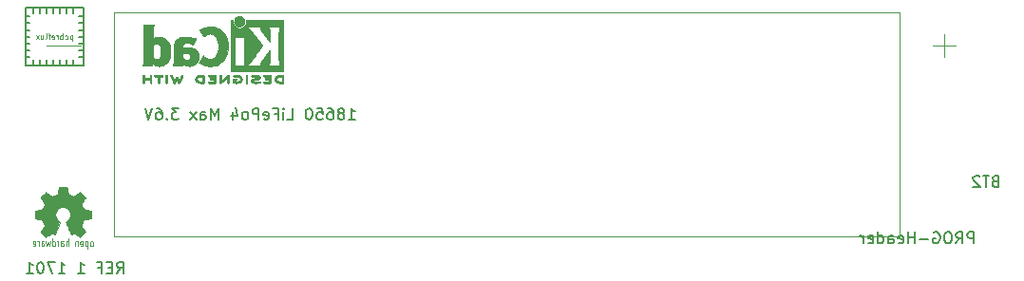
<source format=gbo>
G04 #@! TF.GenerationSoftware,KiCad,Pcbnew,no-vcs-found*
G04 #@! TF.CreationDate,2017-01-06T11:38:08+01:00*
G04 #@! TF.ProjectId,ESP32-HELP-Button-18650,45535033322D48454C502D427574746F,rev?*
G04 #@! TF.FileFunction,Legend,Bot*
G04 #@! TF.FilePolarity,Positive*
%FSLAX46Y46*%
G04 Gerber Fmt 4.6, Leading zero omitted, Abs format (unit mm)*
G04 Created by KiCad (PCBNEW no-vcs-found) date Fri Jan  6 11:38:08 2017*
%MOMM*%
%LPD*%
G01*
G04 APERTURE LIST*
%ADD10C,0.100000*%
%ADD11C,0.200000*%
%ADD12C,0.075000*%
%ADD13C,0.002540*%
%ADD14C,0.150000*%
%ADD15C,0.010000*%
%ADD16C,0.050000*%
G04 APERTURE END LIST*
D10*
D11*
X58064095Y-53237380D02*
X58635523Y-53237380D01*
X58349809Y-53237380D02*
X58349809Y-52237380D01*
X58445047Y-52380238D01*
X58540285Y-52475476D01*
X58635523Y-52523095D01*
X57492666Y-52665952D02*
X57587904Y-52618333D01*
X57635523Y-52570714D01*
X57683142Y-52475476D01*
X57683142Y-52427857D01*
X57635523Y-52332619D01*
X57587904Y-52285000D01*
X57492666Y-52237380D01*
X57302190Y-52237380D01*
X57206952Y-52285000D01*
X57159333Y-52332619D01*
X57111714Y-52427857D01*
X57111714Y-52475476D01*
X57159333Y-52570714D01*
X57206952Y-52618333D01*
X57302190Y-52665952D01*
X57492666Y-52665952D01*
X57587904Y-52713571D01*
X57635523Y-52761190D01*
X57683142Y-52856428D01*
X57683142Y-53046904D01*
X57635523Y-53142142D01*
X57587904Y-53189761D01*
X57492666Y-53237380D01*
X57302190Y-53237380D01*
X57206952Y-53189761D01*
X57159333Y-53142142D01*
X57111714Y-53046904D01*
X57111714Y-52856428D01*
X57159333Y-52761190D01*
X57206952Y-52713571D01*
X57302190Y-52665952D01*
X56254571Y-52237380D02*
X56445047Y-52237380D01*
X56540285Y-52285000D01*
X56587904Y-52332619D01*
X56683142Y-52475476D01*
X56730761Y-52665952D01*
X56730761Y-53046904D01*
X56683142Y-53142142D01*
X56635523Y-53189761D01*
X56540285Y-53237380D01*
X56349809Y-53237380D01*
X56254571Y-53189761D01*
X56206952Y-53142142D01*
X56159333Y-53046904D01*
X56159333Y-52808809D01*
X56206952Y-52713571D01*
X56254571Y-52665952D01*
X56349809Y-52618333D01*
X56540285Y-52618333D01*
X56635523Y-52665952D01*
X56683142Y-52713571D01*
X56730761Y-52808809D01*
X55254571Y-52237380D02*
X55730761Y-52237380D01*
X55778380Y-52713571D01*
X55730761Y-52665952D01*
X55635523Y-52618333D01*
X55397428Y-52618333D01*
X55302190Y-52665952D01*
X55254571Y-52713571D01*
X55206952Y-52808809D01*
X55206952Y-53046904D01*
X55254571Y-53142142D01*
X55302190Y-53189761D01*
X55397428Y-53237380D01*
X55635523Y-53237380D01*
X55730761Y-53189761D01*
X55778380Y-53142142D01*
X54587904Y-52237380D02*
X54492666Y-52237380D01*
X54397428Y-52285000D01*
X54349809Y-52332619D01*
X54302190Y-52427857D01*
X54254571Y-52618333D01*
X54254571Y-52856428D01*
X54302190Y-53046904D01*
X54349809Y-53142142D01*
X54397428Y-53189761D01*
X54492666Y-53237380D01*
X54587904Y-53237380D01*
X54683142Y-53189761D01*
X54730761Y-53142142D01*
X54778380Y-53046904D01*
X54826000Y-52856428D01*
X54826000Y-52618333D01*
X54778380Y-52427857D01*
X54730761Y-52332619D01*
X54683142Y-52285000D01*
X54587904Y-52237380D01*
X52587904Y-53237380D02*
X53064095Y-53237380D01*
X53064095Y-52237380D01*
X52254571Y-53237380D02*
X52254571Y-52570714D01*
X52254571Y-52237380D02*
X52302190Y-52285000D01*
X52254571Y-52332619D01*
X52206952Y-52285000D01*
X52254571Y-52237380D01*
X52254571Y-52332619D01*
X51445047Y-52713571D02*
X51778380Y-52713571D01*
X51778380Y-53237380D02*
X51778380Y-52237380D01*
X51302190Y-52237380D01*
X50540285Y-53189761D02*
X50635523Y-53237380D01*
X50826000Y-53237380D01*
X50921238Y-53189761D01*
X50968857Y-53094523D01*
X50968857Y-52713571D01*
X50921238Y-52618333D01*
X50826000Y-52570714D01*
X50635523Y-52570714D01*
X50540285Y-52618333D01*
X50492666Y-52713571D01*
X50492666Y-52808809D01*
X50968857Y-52904047D01*
X50064095Y-53237380D02*
X50064095Y-52237380D01*
X49683142Y-52237380D01*
X49587904Y-52285000D01*
X49540285Y-52332619D01*
X49492666Y-52427857D01*
X49492666Y-52570714D01*
X49540285Y-52665952D01*
X49587904Y-52713571D01*
X49683142Y-52761190D01*
X50064095Y-52761190D01*
X48921238Y-53237380D02*
X49016476Y-53189761D01*
X49064095Y-53142142D01*
X49111714Y-53046904D01*
X49111714Y-52761190D01*
X49064095Y-52665952D01*
X49016476Y-52618333D01*
X48921238Y-52570714D01*
X48778380Y-52570714D01*
X48683142Y-52618333D01*
X48635523Y-52665952D01*
X48587904Y-52761190D01*
X48587904Y-53046904D01*
X48635523Y-53142142D01*
X48683142Y-53189761D01*
X48778380Y-53237380D01*
X48921238Y-53237380D01*
X47730761Y-52570714D02*
X47730761Y-53237380D01*
X47968857Y-52189761D02*
X48206952Y-52904047D01*
X47587904Y-52904047D01*
X46445047Y-53237380D02*
X46445047Y-52237380D01*
X46111714Y-52951666D01*
X45778380Y-52237380D01*
X45778380Y-53237380D01*
X44873619Y-53237380D02*
X44873619Y-52713571D01*
X44921238Y-52618333D01*
X45016476Y-52570714D01*
X45206952Y-52570714D01*
X45302190Y-52618333D01*
X44873619Y-53189761D02*
X44968857Y-53237380D01*
X45206952Y-53237380D01*
X45302190Y-53189761D01*
X45349809Y-53094523D01*
X45349809Y-52999285D01*
X45302190Y-52904047D01*
X45206952Y-52856428D01*
X44968857Y-52856428D01*
X44873619Y-52808809D01*
X44492666Y-53237380D02*
X43968857Y-52570714D01*
X44492666Y-52570714D02*
X43968857Y-53237380D01*
X42921238Y-52237380D02*
X42302190Y-52237380D01*
X42635523Y-52618333D01*
X42492666Y-52618333D01*
X42397428Y-52665952D01*
X42349809Y-52713571D01*
X42302190Y-52808809D01*
X42302190Y-53046904D01*
X42349809Y-53142142D01*
X42397428Y-53189761D01*
X42492666Y-53237380D01*
X42778380Y-53237380D01*
X42873619Y-53189761D01*
X42921238Y-53142142D01*
X41873619Y-53142142D02*
X41826000Y-53189761D01*
X41873619Y-53237380D01*
X41921238Y-53189761D01*
X41873619Y-53142142D01*
X41873619Y-53237380D01*
X40968857Y-52237380D02*
X41159333Y-52237380D01*
X41254571Y-52285000D01*
X41302190Y-52332619D01*
X41397428Y-52475476D01*
X41445047Y-52665952D01*
X41445047Y-53046904D01*
X41397428Y-53142142D01*
X41349809Y-53189761D01*
X41254571Y-53237380D01*
X41064095Y-53237380D01*
X40968857Y-53189761D01*
X40921238Y-53142142D01*
X40873619Y-53046904D01*
X40873619Y-52808809D01*
X40921238Y-52713571D01*
X40968857Y-52665952D01*
X41064095Y-52618333D01*
X41254571Y-52618333D01*
X41349809Y-52665952D01*
X41397428Y-52713571D01*
X41445047Y-52808809D01*
X40587904Y-52237380D02*
X40254571Y-53237380D01*
X39921238Y-52237380D01*
X113792000Y-64286380D02*
X113792000Y-63286380D01*
X113411047Y-63286380D01*
X113315809Y-63334000D01*
X113268190Y-63381619D01*
X113220571Y-63476857D01*
X113220571Y-63619714D01*
X113268190Y-63714952D01*
X113315809Y-63762571D01*
X113411047Y-63810190D01*
X113792000Y-63810190D01*
X112220571Y-64286380D02*
X112553904Y-63810190D01*
X112792000Y-64286380D02*
X112792000Y-63286380D01*
X112411047Y-63286380D01*
X112315809Y-63334000D01*
X112268190Y-63381619D01*
X112220571Y-63476857D01*
X112220571Y-63619714D01*
X112268190Y-63714952D01*
X112315809Y-63762571D01*
X112411047Y-63810190D01*
X112792000Y-63810190D01*
X111601523Y-63286380D02*
X111411047Y-63286380D01*
X111315809Y-63334000D01*
X111220571Y-63429238D01*
X111172952Y-63619714D01*
X111172952Y-63953047D01*
X111220571Y-64143523D01*
X111315809Y-64238761D01*
X111411047Y-64286380D01*
X111601523Y-64286380D01*
X111696761Y-64238761D01*
X111792000Y-64143523D01*
X111839619Y-63953047D01*
X111839619Y-63619714D01*
X111792000Y-63429238D01*
X111696761Y-63334000D01*
X111601523Y-63286380D01*
X110220571Y-63334000D02*
X110315809Y-63286380D01*
X110458666Y-63286380D01*
X110601523Y-63334000D01*
X110696761Y-63429238D01*
X110744380Y-63524476D01*
X110792000Y-63714952D01*
X110792000Y-63857809D01*
X110744380Y-64048285D01*
X110696761Y-64143523D01*
X110601523Y-64238761D01*
X110458666Y-64286380D01*
X110363428Y-64286380D01*
X110220571Y-64238761D01*
X110172952Y-64191142D01*
X110172952Y-63857809D01*
X110363428Y-63857809D01*
X109744380Y-63905428D02*
X108982476Y-63905428D01*
X108506285Y-64286380D02*
X108506285Y-63286380D01*
X108506285Y-63762571D02*
X107934857Y-63762571D01*
X107934857Y-64286380D02*
X107934857Y-63286380D01*
X107077714Y-64238761D02*
X107172952Y-64286380D01*
X107363428Y-64286380D01*
X107458666Y-64238761D01*
X107506285Y-64143523D01*
X107506285Y-63762571D01*
X107458666Y-63667333D01*
X107363428Y-63619714D01*
X107172952Y-63619714D01*
X107077714Y-63667333D01*
X107030095Y-63762571D01*
X107030095Y-63857809D01*
X107506285Y-63953047D01*
X106172952Y-64286380D02*
X106172952Y-63762571D01*
X106220571Y-63667333D01*
X106315809Y-63619714D01*
X106506285Y-63619714D01*
X106601523Y-63667333D01*
X106172952Y-64238761D02*
X106268190Y-64286380D01*
X106506285Y-64286380D01*
X106601523Y-64238761D01*
X106649142Y-64143523D01*
X106649142Y-64048285D01*
X106601523Y-63953047D01*
X106506285Y-63905428D01*
X106268190Y-63905428D01*
X106172952Y-63857809D01*
X105268190Y-64286380D02*
X105268190Y-63286380D01*
X105268190Y-64238761D02*
X105363428Y-64286380D01*
X105553904Y-64286380D01*
X105649142Y-64238761D01*
X105696761Y-64191142D01*
X105744380Y-64095904D01*
X105744380Y-63810190D01*
X105696761Y-63714952D01*
X105649142Y-63667333D01*
X105553904Y-63619714D01*
X105363428Y-63619714D01*
X105268190Y-63667333D01*
X104411047Y-64238761D02*
X104506285Y-64286380D01*
X104696761Y-64286380D01*
X104792000Y-64238761D01*
X104839619Y-64143523D01*
X104839619Y-63762571D01*
X104792000Y-63667333D01*
X104696761Y-63619714D01*
X104506285Y-63619714D01*
X104411047Y-63667333D01*
X104363428Y-63762571D01*
X104363428Y-63857809D01*
X104839619Y-63953047D01*
X103934857Y-64286380D02*
X103934857Y-63619714D01*
X103934857Y-63810190D02*
X103887238Y-63714952D01*
X103839619Y-63667333D01*
X103744380Y-63619714D01*
X103649142Y-63619714D01*
X37419285Y-66953380D02*
X37752619Y-66477190D01*
X37990714Y-66953380D02*
X37990714Y-65953380D01*
X37609761Y-65953380D01*
X37514523Y-66001000D01*
X37466904Y-66048619D01*
X37419285Y-66143857D01*
X37419285Y-66286714D01*
X37466904Y-66381952D01*
X37514523Y-66429571D01*
X37609761Y-66477190D01*
X37990714Y-66477190D01*
X36990714Y-66429571D02*
X36657380Y-66429571D01*
X36514523Y-66953380D02*
X36990714Y-66953380D01*
X36990714Y-65953380D01*
X36514523Y-65953380D01*
X35752619Y-66429571D02*
X36085952Y-66429571D01*
X36085952Y-66953380D02*
X36085952Y-65953380D01*
X35609761Y-65953380D01*
X33943095Y-66953380D02*
X34514523Y-66953380D01*
X34228809Y-66953380D02*
X34228809Y-65953380D01*
X34324047Y-66096238D01*
X34419285Y-66191476D01*
X34514523Y-66239095D01*
X32228809Y-66953380D02*
X32800238Y-66953380D01*
X32514523Y-66953380D02*
X32514523Y-65953380D01*
X32609761Y-66096238D01*
X32705000Y-66191476D01*
X32800238Y-66239095D01*
X31895476Y-65953380D02*
X31228809Y-65953380D01*
X31657380Y-66953380D01*
X30657380Y-65953380D02*
X30562142Y-65953380D01*
X30466904Y-66001000D01*
X30419285Y-66048619D01*
X30371666Y-66143857D01*
X30324047Y-66334333D01*
X30324047Y-66572428D01*
X30371666Y-66762904D01*
X30419285Y-66858142D01*
X30466904Y-66905761D01*
X30562142Y-66953380D01*
X30657380Y-66953380D01*
X30752619Y-66905761D01*
X30800238Y-66858142D01*
X30847857Y-66762904D01*
X30895476Y-66572428D01*
X30895476Y-66334333D01*
X30847857Y-66143857D01*
X30800238Y-66048619D01*
X30752619Y-66001000D01*
X30657380Y-65953380D01*
X29371666Y-66953380D02*
X29943095Y-66953380D01*
X29657380Y-66953380D02*
X29657380Y-65953380D01*
X29752619Y-66096238D01*
X29847857Y-66191476D01*
X29943095Y-66239095D01*
D12*
X30458000Y-64098000D02*
X30458000Y-64558000D01*
X30368000Y-64098000D02*
X30318000Y-64098000D01*
X30418000Y-64128000D02*
X30368000Y-64098000D01*
X30438000Y-64148000D02*
X30418000Y-64128000D01*
X30458000Y-64218000D02*
X30438000Y-64148000D01*
X30018000Y-64558000D02*
X29968000Y-64528000D01*
X30118000Y-64558000D02*
X30018000Y-64558000D01*
X30158000Y-64528000D02*
X30118000Y-64558000D01*
X30178000Y-64458000D02*
X30158000Y-64528000D01*
X30178000Y-64188000D02*
X30178000Y-64458000D01*
X30148000Y-64128000D02*
X30178000Y-64188000D01*
X30108000Y-64098000D02*
X30148000Y-64128000D01*
X30008000Y-64098000D02*
X30108000Y-64098000D01*
X29968000Y-64138000D02*
X30008000Y-64098000D01*
X29948000Y-64208000D02*
X29968000Y-64138000D01*
X29948000Y-64328000D02*
X29948000Y-64208000D01*
X29948000Y-64328000D02*
X30178000Y-64328000D01*
X30698000Y-64188000D02*
X30698000Y-64558000D01*
X30728000Y-64128000D02*
X30698000Y-64188000D01*
X30768000Y-64098000D02*
X30728000Y-64128000D01*
X30868000Y-64098000D02*
X30768000Y-64098000D01*
X30918000Y-64128000D02*
X30868000Y-64098000D01*
X30858000Y-64288000D02*
X30908000Y-64318000D01*
X30738000Y-64288000D02*
X30858000Y-64288000D01*
X30698000Y-64258000D02*
X30738000Y-64288000D01*
X30748000Y-64558000D02*
X30698000Y-64518000D01*
X30868000Y-64558000D02*
X30748000Y-64558000D01*
X30918000Y-64518000D02*
X30868000Y-64558000D01*
X30938000Y-64458000D02*
X30918000Y-64518000D01*
X30938000Y-64388000D02*
X30938000Y-64458000D01*
X30908000Y-64318000D02*
X30938000Y-64388000D01*
X31488000Y-64098000D02*
X31388000Y-64558000D01*
X31388000Y-64558000D02*
X31298000Y-64218000D01*
X31298000Y-64218000D02*
X31198000Y-64558000D01*
X31198000Y-64558000D02*
X31098000Y-64098000D01*
X31678000Y-64528000D02*
X31718000Y-64558000D01*
X31718000Y-64558000D02*
X31828000Y-64558000D01*
X31828000Y-64558000D02*
X31868000Y-64528000D01*
X31868000Y-64528000D02*
X31888000Y-64498000D01*
X31888000Y-64498000D02*
X31918000Y-64428000D01*
X31918000Y-64428000D02*
X31918000Y-64228000D01*
X31918000Y-64228000D02*
X31888000Y-64158000D01*
X31888000Y-64158000D02*
X31868000Y-64128000D01*
X31868000Y-64128000D02*
X31808000Y-64088000D01*
X31808000Y-64088000D02*
X31738000Y-64088000D01*
X31738000Y-64088000D02*
X31678000Y-64128000D01*
X31678000Y-63858000D02*
X31678000Y-64558000D01*
X32198000Y-64218000D02*
X32178000Y-64148000D01*
X32178000Y-64148000D02*
X32158000Y-64128000D01*
X32158000Y-64128000D02*
X32108000Y-64098000D01*
X32108000Y-64098000D02*
X32058000Y-64098000D01*
X32198000Y-64098000D02*
X32198000Y-64558000D01*
X32648000Y-64318000D02*
X32678000Y-64388000D01*
X32678000Y-64388000D02*
X32678000Y-64458000D01*
X32678000Y-64458000D02*
X32658000Y-64518000D01*
X32658000Y-64518000D02*
X32608000Y-64558000D01*
X32608000Y-64558000D02*
X32488000Y-64558000D01*
X32488000Y-64558000D02*
X32438000Y-64518000D01*
X32438000Y-64258000D02*
X32478000Y-64288000D01*
X32478000Y-64288000D02*
X32598000Y-64288000D01*
X32598000Y-64288000D02*
X32648000Y-64318000D01*
X32658000Y-64128000D02*
X32608000Y-64098000D01*
X32608000Y-64098000D02*
X32508000Y-64098000D01*
X32508000Y-64098000D02*
X32468000Y-64128000D01*
X32468000Y-64128000D02*
X32438000Y-64188000D01*
X32438000Y-64188000D02*
X32438000Y-64558000D01*
X33108000Y-64168000D02*
X33088000Y-64128000D01*
X33088000Y-64128000D02*
X33038000Y-64098000D01*
X33038000Y-64098000D02*
X32958000Y-64098000D01*
X32958000Y-64098000D02*
X32918000Y-64128000D01*
X32918000Y-64128000D02*
X32898000Y-64188000D01*
X32898000Y-64188000D02*
X32898000Y-64558000D01*
X33108000Y-63858000D02*
X33108000Y-64558000D01*
X34158000Y-64328000D02*
X34388000Y-64328000D01*
X33938000Y-64158000D02*
X33918000Y-64128000D01*
X33918000Y-64128000D02*
X33878000Y-64098000D01*
X33878000Y-64098000D02*
X33788000Y-64098000D01*
X33788000Y-64098000D02*
X33748000Y-64128000D01*
X33748000Y-64128000D02*
X33728000Y-64188000D01*
X33728000Y-64188000D02*
X33728000Y-64558000D01*
X33938000Y-64098000D02*
X33938000Y-64558000D01*
X34158000Y-64328000D02*
X34158000Y-64208000D01*
X34158000Y-64208000D02*
X34178000Y-64138000D01*
X34178000Y-64138000D02*
X34218000Y-64098000D01*
X34218000Y-64098000D02*
X34318000Y-64098000D01*
X34318000Y-64098000D02*
X34358000Y-64128000D01*
X34358000Y-64128000D02*
X34388000Y-64188000D01*
X34388000Y-64188000D02*
X34388000Y-64458000D01*
X34388000Y-64458000D02*
X34368000Y-64528000D01*
X34368000Y-64528000D02*
X34328000Y-64558000D01*
X34328000Y-64558000D02*
X34228000Y-64558000D01*
X34228000Y-64558000D02*
X34178000Y-64528000D01*
X34818000Y-64128000D02*
X34778000Y-64098000D01*
X34778000Y-64098000D02*
X34678000Y-64098000D01*
X34678000Y-64098000D02*
X34638000Y-64128000D01*
X34638000Y-64128000D02*
X34608000Y-64158000D01*
X34608000Y-64158000D02*
X34588000Y-64218000D01*
X34588000Y-64218000D02*
X34588000Y-64438000D01*
X34588000Y-64438000D02*
X34608000Y-64498000D01*
X34608000Y-64498000D02*
X34628000Y-64528000D01*
X34628000Y-64528000D02*
X34668000Y-64558000D01*
X34668000Y-64558000D02*
X34768000Y-64558000D01*
X34768000Y-64558000D02*
X34818000Y-64528000D01*
X34818000Y-64798000D02*
X34818000Y-64098000D01*
X35128000Y-64098000D02*
X35208000Y-64098000D01*
X35208000Y-64098000D02*
X35248000Y-64128000D01*
X35248000Y-64128000D02*
X35268000Y-64158000D01*
X35268000Y-64158000D02*
X35298000Y-64228000D01*
X35208000Y-64558000D02*
X35128000Y-64558000D01*
X35128000Y-64558000D02*
X35078000Y-64528000D01*
X35078000Y-64528000D02*
X35058000Y-64498000D01*
X35058000Y-64498000D02*
X35038000Y-64428000D01*
X35038000Y-64428000D02*
X35038000Y-64228000D01*
X35038000Y-64228000D02*
X35058000Y-64168000D01*
X35058000Y-64168000D02*
X35078000Y-64138000D01*
X35078000Y-64138000D02*
X35128000Y-64098000D01*
X35298000Y-64228000D02*
X35298000Y-64428000D01*
X35298000Y-64428000D02*
X35278000Y-64488000D01*
X35278000Y-64488000D02*
X35258000Y-64518000D01*
X35258000Y-64518000D02*
X35208000Y-64558000D01*
D13*
G36*
X34131840Y-63723360D02*
X34106440Y-63708120D01*
X34048020Y-63672560D01*
X33964200Y-63616680D01*
X33865140Y-63550640D01*
X33766080Y-63484600D01*
X33684800Y-63431260D01*
X33628920Y-63393160D01*
X33603520Y-63380460D01*
X33590820Y-63385540D01*
X33545100Y-63408400D01*
X33476520Y-63443960D01*
X33435880Y-63464280D01*
X33374920Y-63489680D01*
X33341900Y-63497300D01*
X33336820Y-63487140D01*
X33313960Y-63438880D01*
X33278400Y-63357600D01*
X33232680Y-63248380D01*
X33176800Y-63121380D01*
X33120920Y-62986760D01*
X33062500Y-62847060D01*
X33006620Y-62712440D01*
X32958360Y-62593060D01*
X32917720Y-62496540D01*
X32892320Y-62427960D01*
X32882160Y-62400020D01*
X32884700Y-62392400D01*
X32917720Y-62361920D01*
X32971060Y-62321280D01*
X33090440Y-62224760D01*
X33207280Y-62079980D01*
X33278400Y-61914880D01*
X33301260Y-61729460D01*
X33280940Y-61559280D01*
X33214900Y-61396720D01*
X33100600Y-61249400D01*
X32960900Y-61140180D01*
X32798340Y-61071600D01*
X32618000Y-61048740D01*
X32445280Y-61069060D01*
X32277640Y-61135100D01*
X32130320Y-61246860D01*
X32066820Y-61317980D01*
X31980460Y-61467840D01*
X31932200Y-61625320D01*
X31927120Y-61665960D01*
X31934740Y-61841220D01*
X31985540Y-62011400D01*
X32079520Y-62161260D01*
X32209060Y-62285720D01*
X32224300Y-62295880D01*
X32282720Y-62341600D01*
X32323360Y-62372080D01*
X32353840Y-62397480D01*
X32130320Y-62935960D01*
X32094760Y-63019780D01*
X32033800Y-63167100D01*
X31980460Y-63294100D01*
X31937280Y-63395700D01*
X31906800Y-63461740D01*
X31894100Y-63489680D01*
X31894100Y-63492220D01*
X31873780Y-63494760D01*
X31833140Y-63479520D01*
X31756940Y-63443960D01*
X31708680Y-63418560D01*
X31650260Y-63390620D01*
X31624860Y-63380460D01*
X31602000Y-63393160D01*
X31548660Y-63428720D01*
X31467380Y-63482060D01*
X31370860Y-63545560D01*
X31279420Y-63609060D01*
X31195600Y-63664940D01*
X31134640Y-63703040D01*
X31104160Y-63720820D01*
X31099080Y-63720820D01*
X31073680Y-63705580D01*
X31025420Y-63664940D01*
X30951760Y-63596360D01*
X30847620Y-63492220D01*
X30832380Y-63476980D01*
X30746020Y-63390620D01*
X30677440Y-63316960D01*
X30631720Y-63266160D01*
X30613940Y-63243300D01*
X30613940Y-63243300D01*
X30629180Y-63212820D01*
X30667280Y-63151860D01*
X30723160Y-63065500D01*
X30791740Y-62966440D01*
X30969540Y-62707360D01*
X30873020Y-62463520D01*
X30842540Y-62387320D01*
X30804440Y-62298420D01*
X30776500Y-62232380D01*
X30761260Y-62204440D01*
X30735860Y-62194280D01*
X30667280Y-62179040D01*
X30570760Y-62158720D01*
X30456460Y-62138400D01*
X30344700Y-62118080D01*
X30245640Y-62097760D01*
X30174520Y-62085060D01*
X30141500Y-62077440D01*
X30133880Y-62072360D01*
X30126260Y-62057120D01*
X30123720Y-62024100D01*
X30121180Y-61963140D01*
X30118640Y-61869160D01*
X30118640Y-61729460D01*
X30118640Y-61714220D01*
X30121180Y-61584680D01*
X30123720Y-61478000D01*
X30126260Y-61411960D01*
X30131340Y-61384020D01*
X30131340Y-61384020D01*
X30161820Y-61376400D01*
X30232940Y-61361160D01*
X30332000Y-61343380D01*
X30451380Y-61320520D01*
X30459000Y-61317980D01*
X30575840Y-61295120D01*
X30674900Y-61274800D01*
X30746020Y-61259560D01*
X30773960Y-61249400D01*
X30781580Y-61241780D01*
X30804440Y-61196060D01*
X30837460Y-61122400D01*
X30878100Y-61033500D01*
X30916200Y-60939520D01*
X30949220Y-60855700D01*
X30972080Y-60794740D01*
X30979700Y-60766800D01*
X30977160Y-60764260D01*
X30959380Y-60736320D01*
X30918740Y-60675360D01*
X30862860Y-60591540D01*
X30794280Y-60489940D01*
X30789200Y-60482320D01*
X30720620Y-60383260D01*
X30664740Y-60296900D01*
X30629180Y-60238480D01*
X30613940Y-60210540D01*
X30613940Y-60208000D01*
X30636800Y-60177520D01*
X30687600Y-60121640D01*
X30761260Y-60045440D01*
X30847620Y-59956540D01*
X30875560Y-59931140D01*
X30974620Y-59834620D01*
X31040660Y-59773660D01*
X31083840Y-59740640D01*
X31104160Y-59733020D01*
X31104160Y-59733020D01*
X31134640Y-59750800D01*
X31198140Y-59791440D01*
X31281960Y-59849860D01*
X31383560Y-59918440D01*
X31391180Y-59923520D01*
X31490240Y-59992100D01*
X31574060Y-60047980D01*
X31632480Y-60088620D01*
X31660420Y-60103860D01*
X31662960Y-60103860D01*
X31703600Y-60091160D01*
X31774720Y-60065760D01*
X31863620Y-60032740D01*
X31955060Y-59994640D01*
X32038880Y-59959080D01*
X32102380Y-59931140D01*
X32132860Y-59913360D01*
X32132860Y-59913360D01*
X32143020Y-59877800D01*
X32160800Y-59801600D01*
X32181120Y-59700000D01*
X32206520Y-59578080D01*
X32209060Y-59557760D01*
X32231920Y-59438380D01*
X32249700Y-59339320D01*
X32264940Y-59270740D01*
X32272560Y-59242800D01*
X32287800Y-59240260D01*
X32346220Y-59235180D01*
X32435120Y-59232640D01*
X32544340Y-59232640D01*
X32656100Y-59232640D01*
X32765320Y-59235180D01*
X32859300Y-59237720D01*
X32927880Y-59242800D01*
X32955820Y-59247880D01*
X32955820Y-59250420D01*
X32965980Y-59288520D01*
X32983760Y-59362180D01*
X33004080Y-59466320D01*
X33026940Y-59588240D01*
X33032020Y-59611100D01*
X33054880Y-59727940D01*
X33075200Y-59827000D01*
X33087900Y-59893040D01*
X33095520Y-59920980D01*
X33108220Y-59926060D01*
X33156480Y-59946380D01*
X33235220Y-59979400D01*
X33334280Y-60020040D01*
X33562880Y-60111480D01*
X33844820Y-59920980D01*
X33870220Y-59903200D01*
X33971820Y-59834620D01*
X34053100Y-59778740D01*
X34111520Y-59740640D01*
X34134380Y-59727940D01*
X34136920Y-59727940D01*
X34164860Y-59753340D01*
X34220740Y-59806680D01*
X34296940Y-59880340D01*
X34385840Y-59966700D01*
X34449340Y-60032740D01*
X34528080Y-60111480D01*
X34576340Y-60164820D01*
X34604280Y-60197840D01*
X34611900Y-60218160D01*
X34609360Y-60233400D01*
X34591580Y-60261340D01*
X34550940Y-60322300D01*
X34492520Y-60408660D01*
X34423940Y-60507720D01*
X34368060Y-60591540D01*
X34307100Y-60685520D01*
X34269000Y-60751560D01*
X34253760Y-60784580D01*
X34258840Y-60797280D01*
X34276620Y-60853160D01*
X34312180Y-60936980D01*
X34352820Y-61036040D01*
X34451880Y-61257020D01*
X34596660Y-61284960D01*
X34685560Y-61302740D01*
X34807480Y-61325600D01*
X34926860Y-61348460D01*
X35109740Y-61384020D01*
X35117360Y-62059660D01*
X35089420Y-62072360D01*
X35061480Y-62079980D01*
X34992900Y-62095220D01*
X34896380Y-62115540D01*
X34779540Y-62135860D01*
X34683020Y-62153640D01*
X34583960Y-62173960D01*
X34512840Y-62186660D01*
X34482360Y-62194280D01*
X34472200Y-62204440D01*
X34449340Y-62252700D01*
X34413780Y-62328900D01*
X34373140Y-62420340D01*
X34335040Y-62514320D01*
X34299480Y-62603220D01*
X34276620Y-62669260D01*
X34266460Y-62702280D01*
X34279160Y-62730220D01*
X34317260Y-62788640D01*
X34370600Y-62869920D01*
X34439180Y-62968980D01*
X34505220Y-63065500D01*
X34563640Y-63149320D01*
X34601740Y-63210280D01*
X34619520Y-63238220D01*
X34609360Y-63256000D01*
X34571260Y-63304260D01*
X34497600Y-63380460D01*
X34385840Y-63489680D01*
X34368060Y-63507460D01*
X34281700Y-63591280D01*
X34208040Y-63659860D01*
X34154700Y-63705580D01*
X34131840Y-63723360D01*
X34131840Y-63723360D01*
G37*
X34131840Y-63723360D02*
X34106440Y-63708120D01*
X34048020Y-63672560D01*
X33964200Y-63616680D01*
X33865140Y-63550640D01*
X33766080Y-63484600D01*
X33684800Y-63431260D01*
X33628920Y-63393160D01*
X33603520Y-63380460D01*
X33590820Y-63385540D01*
X33545100Y-63408400D01*
X33476520Y-63443960D01*
X33435880Y-63464280D01*
X33374920Y-63489680D01*
X33341900Y-63497300D01*
X33336820Y-63487140D01*
X33313960Y-63438880D01*
X33278400Y-63357600D01*
X33232680Y-63248380D01*
X33176800Y-63121380D01*
X33120920Y-62986760D01*
X33062500Y-62847060D01*
X33006620Y-62712440D01*
X32958360Y-62593060D01*
X32917720Y-62496540D01*
X32892320Y-62427960D01*
X32882160Y-62400020D01*
X32884700Y-62392400D01*
X32917720Y-62361920D01*
X32971060Y-62321280D01*
X33090440Y-62224760D01*
X33207280Y-62079980D01*
X33278400Y-61914880D01*
X33301260Y-61729460D01*
X33280940Y-61559280D01*
X33214900Y-61396720D01*
X33100600Y-61249400D01*
X32960900Y-61140180D01*
X32798340Y-61071600D01*
X32618000Y-61048740D01*
X32445280Y-61069060D01*
X32277640Y-61135100D01*
X32130320Y-61246860D01*
X32066820Y-61317980D01*
X31980460Y-61467840D01*
X31932200Y-61625320D01*
X31927120Y-61665960D01*
X31934740Y-61841220D01*
X31985540Y-62011400D01*
X32079520Y-62161260D01*
X32209060Y-62285720D01*
X32224300Y-62295880D01*
X32282720Y-62341600D01*
X32323360Y-62372080D01*
X32353840Y-62397480D01*
X32130320Y-62935960D01*
X32094760Y-63019780D01*
X32033800Y-63167100D01*
X31980460Y-63294100D01*
X31937280Y-63395700D01*
X31906800Y-63461740D01*
X31894100Y-63489680D01*
X31894100Y-63492220D01*
X31873780Y-63494760D01*
X31833140Y-63479520D01*
X31756940Y-63443960D01*
X31708680Y-63418560D01*
X31650260Y-63390620D01*
X31624860Y-63380460D01*
X31602000Y-63393160D01*
X31548660Y-63428720D01*
X31467380Y-63482060D01*
X31370860Y-63545560D01*
X31279420Y-63609060D01*
X31195600Y-63664940D01*
X31134640Y-63703040D01*
X31104160Y-63720820D01*
X31099080Y-63720820D01*
X31073680Y-63705580D01*
X31025420Y-63664940D01*
X30951760Y-63596360D01*
X30847620Y-63492220D01*
X30832380Y-63476980D01*
X30746020Y-63390620D01*
X30677440Y-63316960D01*
X30631720Y-63266160D01*
X30613940Y-63243300D01*
X30613940Y-63243300D01*
X30629180Y-63212820D01*
X30667280Y-63151860D01*
X30723160Y-63065500D01*
X30791740Y-62966440D01*
X30969540Y-62707360D01*
X30873020Y-62463520D01*
X30842540Y-62387320D01*
X30804440Y-62298420D01*
X30776500Y-62232380D01*
X30761260Y-62204440D01*
X30735860Y-62194280D01*
X30667280Y-62179040D01*
X30570760Y-62158720D01*
X30456460Y-62138400D01*
X30344700Y-62118080D01*
X30245640Y-62097760D01*
X30174520Y-62085060D01*
X30141500Y-62077440D01*
X30133880Y-62072360D01*
X30126260Y-62057120D01*
X30123720Y-62024100D01*
X30121180Y-61963140D01*
X30118640Y-61869160D01*
X30118640Y-61729460D01*
X30118640Y-61714220D01*
X30121180Y-61584680D01*
X30123720Y-61478000D01*
X30126260Y-61411960D01*
X30131340Y-61384020D01*
X30131340Y-61384020D01*
X30161820Y-61376400D01*
X30232940Y-61361160D01*
X30332000Y-61343380D01*
X30451380Y-61320520D01*
X30459000Y-61317980D01*
X30575840Y-61295120D01*
X30674900Y-61274800D01*
X30746020Y-61259560D01*
X30773960Y-61249400D01*
X30781580Y-61241780D01*
X30804440Y-61196060D01*
X30837460Y-61122400D01*
X30878100Y-61033500D01*
X30916200Y-60939520D01*
X30949220Y-60855700D01*
X30972080Y-60794740D01*
X30979700Y-60766800D01*
X30977160Y-60764260D01*
X30959380Y-60736320D01*
X30918740Y-60675360D01*
X30862860Y-60591540D01*
X30794280Y-60489940D01*
X30789200Y-60482320D01*
X30720620Y-60383260D01*
X30664740Y-60296900D01*
X30629180Y-60238480D01*
X30613940Y-60210540D01*
X30613940Y-60208000D01*
X30636800Y-60177520D01*
X30687600Y-60121640D01*
X30761260Y-60045440D01*
X30847620Y-59956540D01*
X30875560Y-59931140D01*
X30974620Y-59834620D01*
X31040660Y-59773660D01*
X31083840Y-59740640D01*
X31104160Y-59733020D01*
X31104160Y-59733020D01*
X31134640Y-59750800D01*
X31198140Y-59791440D01*
X31281960Y-59849860D01*
X31383560Y-59918440D01*
X31391180Y-59923520D01*
X31490240Y-59992100D01*
X31574060Y-60047980D01*
X31632480Y-60088620D01*
X31660420Y-60103860D01*
X31662960Y-60103860D01*
X31703600Y-60091160D01*
X31774720Y-60065760D01*
X31863620Y-60032740D01*
X31955060Y-59994640D01*
X32038880Y-59959080D01*
X32102380Y-59931140D01*
X32132860Y-59913360D01*
X32132860Y-59913360D01*
X32143020Y-59877800D01*
X32160800Y-59801600D01*
X32181120Y-59700000D01*
X32206520Y-59578080D01*
X32209060Y-59557760D01*
X32231920Y-59438380D01*
X32249700Y-59339320D01*
X32264940Y-59270740D01*
X32272560Y-59242800D01*
X32287800Y-59240260D01*
X32346220Y-59235180D01*
X32435120Y-59232640D01*
X32544340Y-59232640D01*
X32656100Y-59232640D01*
X32765320Y-59235180D01*
X32859300Y-59237720D01*
X32927880Y-59242800D01*
X32955820Y-59247880D01*
X32955820Y-59250420D01*
X32965980Y-59288520D01*
X32983760Y-59362180D01*
X33004080Y-59466320D01*
X33026940Y-59588240D01*
X33032020Y-59611100D01*
X33054880Y-59727940D01*
X33075200Y-59827000D01*
X33087900Y-59893040D01*
X33095520Y-59920980D01*
X33108220Y-59926060D01*
X33156480Y-59946380D01*
X33235220Y-59979400D01*
X33334280Y-60020040D01*
X33562880Y-60111480D01*
X33844820Y-59920980D01*
X33870220Y-59903200D01*
X33971820Y-59834620D01*
X34053100Y-59778740D01*
X34111520Y-59740640D01*
X34134380Y-59727940D01*
X34136920Y-59727940D01*
X34164860Y-59753340D01*
X34220740Y-59806680D01*
X34296940Y-59880340D01*
X34385840Y-59966700D01*
X34449340Y-60032740D01*
X34528080Y-60111480D01*
X34576340Y-60164820D01*
X34604280Y-60197840D01*
X34611900Y-60218160D01*
X34609360Y-60233400D01*
X34591580Y-60261340D01*
X34550940Y-60322300D01*
X34492520Y-60408660D01*
X34423940Y-60507720D01*
X34368060Y-60591540D01*
X34307100Y-60685520D01*
X34269000Y-60751560D01*
X34253760Y-60784580D01*
X34258840Y-60797280D01*
X34276620Y-60853160D01*
X34312180Y-60936980D01*
X34352820Y-61036040D01*
X34451880Y-61257020D01*
X34596660Y-61284960D01*
X34685560Y-61302740D01*
X34807480Y-61325600D01*
X34926860Y-61348460D01*
X35109740Y-61384020D01*
X35117360Y-62059660D01*
X35089420Y-62072360D01*
X35061480Y-62079980D01*
X34992900Y-62095220D01*
X34896380Y-62115540D01*
X34779540Y-62135860D01*
X34683020Y-62153640D01*
X34583960Y-62173960D01*
X34512840Y-62186660D01*
X34482360Y-62194280D01*
X34472200Y-62204440D01*
X34449340Y-62252700D01*
X34413780Y-62328900D01*
X34373140Y-62420340D01*
X34335040Y-62514320D01*
X34299480Y-62603220D01*
X34276620Y-62669260D01*
X34266460Y-62702280D01*
X34279160Y-62730220D01*
X34317260Y-62788640D01*
X34370600Y-62869920D01*
X34439180Y-62968980D01*
X34505220Y-63065500D01*
X34563640Y-63149320D01*
X34601740Y-63210280D01*
X34619520Y-63238220D01*
X34609360Y-63256000D01*
X34571260Y-63304260D01*
X34497600Y-63380460D01*
X34385840Y-63489680D01*
X34368060Y-63507460D01*
X34281700Y-63591280D01*
X34208040Y-63659860D01*
X34154700Y-63705580D01*
X34131840Y-63723360D01*
D14*
X33556000Y-43357000D02*
X33556000Y-43757000D01*
X32956000Y-43357000D02*
X32956000Y-43757000D01*
X32356000Y-43357000D02*
X32356000Y-43757000D01*
X31756000Y-43357000D02*
X31756000Y-43757000D01*
X31156000Y-43357000D02*
X31156000Y-43757000D01*
X30556000Y-43357000D02*
X30556000Y-43757000D01*
X29956000Y-43357000D02*
X29956000Y-43757000D01*
X29256000Y-48457000D02*
X34456000Y-48457000D01*
X29256000Y-43257000D02*
X34456000Y-43257000D01*
X29956000Y-47957000D02*
X29956000Y-48357000D01*
X30556000Y-47957000D02*
X30556000Y-48357000D01*
X31156000Y-47957000D02*
X31156000Y-48357000D01*
X31756000Y-47957000D02*
X31756000Y-48357000D01*
X32356000Y-47957000D02*
X32356000Y-48357000D01*
X32956000Y-47957000D02*
X32956000Y-48357000D01*
X33556000Y-47957000D02*
X33556000Y-48357000D01*
X29256000Y-47657000D02*
X29656000Y-47657000D01*
X29256000Y-47057000D02*
X29656000Y-47057000D01*
X29256000Y-46457000D02*
X29656000Y-46457000D01*
X29256000Y-45857000D02*
X29656000Y-45857000D01*
X29256000Y-45257000D02*
X29656000Y-45257000D01*
X29256000Y-44657000D02*
X29656000Y-44657000D01*
X29256000Y-44057000D02*
X29656000Y-44057000D01*
X34056000Y-44057000D02*
X34456000Y-44057000D01*
X34056000Y-44657000D02*
X34456000Y-44657000D01*
X34056000Y-45257000D02*
X34456000Y-45257000D01*
X34056000Y-45857000D02*
X34456000Y-45857000D01*
X34056000Y-46457000D02*
X34456000Y-46457000D01*
X34056000Y-47057000D02*
X34456000Y-47057000D01*
X34056000Y-47657000D02*
X34456000Y-47657000D01*
X34456000Y-48457000D02*
X34456000Y-43257000D01*
X29256000Y-43257000D02*
X29256000Y-48457000D01*
D15*
G36*
X52121371Y-49269066D02*
X52081889Y-49269467D01*
X51966200Y-49272259D01*
X51869311Y-49280550D01*
X51787919Y-49295232D01*
X51718723Y-49317193D01*
X51658420Y-49347322D01*
X51603708Y-49386510D01*
X51584167Y-49403532D01*
X51551750Y-49443363D01*
X51522520Y-49497413D01*
X51499991Y-49557323D01*
X51487679Y-49614739D01*
X51486400Y-49635956D01*
X51494417Y-49694769D01*
X51515899Y-49759013D01*
X51546999Y-49819821D01*
X51583866Y-49868330D01*
X51589854Y-49874182D01*
X51640579Y-49915321D01*
X51696125Y-49947435D01*
X51759696Y-49971365D01*
X51834494Y-49987953D01*
X51923722Y-49998041D01*
X52030582Y-50002469D01*
X52079528Y-50002845D01*
X52141762Y-50002545D01*
X52185528Y-50001292D01*
X52214931Y-49998554D01*
X52234079Y-49993801D01*
X52247077Y-49986501D01*
X52254045Y-49980267D01*
X52260626Y-49972694D01*
X52265788Y-49962924D01*
X52269703Y-49948340D01*
X52272543Y-49926326D01*
X52274480Y-49894264D01*
X52275684Y-49849536D01*
X52276328Y-49789526D01*
X52276583Y-49711617D01*
X52276622Y-49635956D01*
X52276870Y-49535041D01*
X52276817Y-49454427D01*
X52275857Y-49415822D01*
X52129867Y-49415822D01*
X52129867Y-49856089D01*
X52036734Y-49856004D01*
X51980693Y-49854396D01*
X51921999Y-49850256D01*
X51873028Y-49844464D01*
X51871538Y-49844226D01*
X51792392Y-49825090D01*
X51731002Y-49795287D01*
X51684305Y-49752878D01*
X51654635Y-49706961D01*
X51636353Y-49656026D01*
X51637771Y-49608200D01*
X51658988Y-49556933D01*
X51700489Y-49503899D01*
X51757998Y-49464600D01*
X51832750Y-49438331D01*
X51882708Y-49429035D01*
X51939416Y-49422507D01*
X51999519Y-49417782D01*
X52050639Y-49415817D01*
X52053667Y-49415808D01*
X52129867Y-49415822D01*
X52275857Y-49415822D01*
X52275260Y-49391851D01*
X52270998Y-49345055D01*
X52262830Y-49311778D01*
X52249556Y-49289759D01*
X52229974Y-49276739D01*
X52202883Y-49270457D01*
X52167082Y-49268653D01*
X52121371Y-49269066D01*
X52121371Y-49269066D01*
G37*
X52121371Y-49269066D02*
X52081889Y-49269467D01*
X51966200Y-49272259D01*
X51869311Y-49280550D01*
X51787919Y-49295232D01*
X51718723Y-49317193D01*
X51658420Y-49347322D01*
X51603708Y-49386510D01*
X51584167Y-49403532D01*
X51551750Y-49443363D01*
X51522520Y-49497413D01*
X51499991Y-49557323D01*
X51487679Y-49614739D01*
X51486400Y-49635956D01*
X51494417Y-49694769D01*
X51515899Y-49759013D01*
X51546999Y-49819821D01*
X51583866Y-49868330D01*
X51589854Y-49874182D01*
X51640579Y-49915321D01*
X51696125Y-49947435D01*
X51759696Y-49971365D01*
X51834494Y-49987953D01*
X51923722Y-49998041D01*
X52030582Y-50002469D01*
X52079528Y-50002845D01*
X52141762Y-50002545D01*
X52185528Y-50001292D01*
X52214931Y-49998554D01*
X52234079Y-49993801D01*
X52247077Y-49986501D01*
X52254045Y-49980267D01*
X52260626Y-49972694D01*
X52265788Y-49962924D01*
X52269703Y-49948340D01*
X52272543Y-49926326D01*
X52274480Y-49894264D01*
X52275684Y-49849536D01*
X52276328Y-49789526D01*
X52276583Y-49711617D01*
X52276622Y-49635956D01*
X52276870Y-49535041D01*
X52276817Y-49454427D01*
X52275857Y-49415822D01*
X52129867Y-49415822D01*
X52129867Y-49856089D01*
X52036734Y-49856004D01*
X51980693Y-49854396D01*
X51921999Y-49850256D01*
X51873028Y-49844464D01*
X51871538Y-49844226D01*
X51792392Y-49825090D01*
X51731002Y-49795287D01*
X51684305Y-49752878D01*
X51654635Y-49706961D01*
X51636353Y-49656026D01*
X51637771Y-49608200D01*
X51658988Y-49556933D01*
X51700489Y-49503899D01*
X51757998Y-49464600D01*
X51832750Y-49438331D01*
X51882708Y-49429035D01*
X51939416Y-49422507D01*
X51999519Y-49417782D01*
X52050639Y-49415817D01*
X52053667Y-49415808D01*
X52129867Y-49415822D01*
X52275857Y-49415822D01*
X52275260Y-49391851D01*
X52270998Y-49345055D01*
X52262830Y-49311778D01*
X52249556Y-49289759D01*
X52229974Y-49276739D01*
X52202883Y-49270457D01*
X52167082Y-49268653D01*
X52121371Y-49269066D01*
G36*
X50712794Y-49269146D02*
X50643386Y-49269518D01*
X50590997Y-49270385D01*
X50552847Y-49271946D01*
X50526159Y-49274403D01*
X50508153Y-49277957D01*
X50496049Y-49282810D01*
X50487069Y-49289161D01*
X50483818Y-49292084D01*
X50464043Y-49323142D01*
X50460482Y-49358828D01*
X50473491Y-49390510D01*
X50479506Y-49396913D01*
X50489235Y-49403121D01*
X50504901Y-49407910D01*
X50529408Y-49411514D01*
X50565661Y-49414164D01*
X50616565Y-49416095D01*
X50685026Y-49417539D01*
X50747617Y-49418418D01*
X50995334Y-49421467D01*
X50998719Y-49486378D01*
X51002105Y-49551289D01*
X50833958Y-49551289D01*
X50760959Y-49551919D01*
X50707517Y-49554553D01*
X50670628Y-49560309D01*
X50647288Y-49570304D01*
X50634494Y-49585656D01*
X50629242Y-49607482D01*
X50628445Y-49627738D01*
X50630923Y-49652592D01*
X50640277Y-49670906D01*
X50659383Y-49683637D01*
X50691118Y-49691741D01*
X50738359Y-49696176D01*
X50803983Y-49697899D01*
X50839801Y-49698045D01*
X51000978Y-49698045D01*
X51000978Y-49856089D01*
X50752622Y-49856089D01*
X50671213Y-49856202D01*
X50609342Y-49856712D01*
X50563968Y-49857870D01*
X50532054Y-49859930D01*
X50510559Y-49863146D01*
X50496443Y-49867772D01*
X50486668Y-49874059D01*
X50481689Y-49878667D01*
X50464610Y-49905560D01*
X50459111Y-49929467D01*
X50466963Y-49958667D01*
X50481689Y-49980267D01*
X50489546Y-49987066D01*
X50499688Y-49992346D01*
X50514844Y-49996298D01*
X50537741Y-49999113D01*
X50571109Y-50000982D01*
X50617675Y-50002098D01*
X50680167Y-50002651D01*
X50761314Y-50002833D01*
X50803422Y-50002845D01*
X50893598Y-50002765D01*
X50963924Y-50002398D01*
X51017129Y-50001552D01*
X51055940Y-50000036D01*
X51083087Y-49997659D01*
X51101298Y-49994229D01*
X51113300Y-49989554D01*
X51121822Y-49983444D01*
X51125156Y-49980267D01*
X51131755Y-49972670D01*
X51136927Y-49962870D01*
X51140846Y-49948239D01*
X51143684Y-49926152D01*
X51145615Y-49893982D01*
X51146812Y-49849103D01*
X51147448Y-49788889D01*
X51147697Y-49710713D01*
X51147734Y-49637923D01*
X51147700Y-49544707D01*
X51147465Y-49471431D01*
X51146830Y-49415458D01*
X51145594Y-49374151D01*
X51143556Y-49344872D01*
X51140517Y-49324984D01*
X51136277Y-49311850D01*
X51130635Y-49302832D01*
X51123391Y-49295293D01*
X51121606Y-49293612D01*
X51112945Y-49286172D01*
X51102882Y-49280409D01*
X51088625Y-49276112D01*
X51067383Y-49273064D01*
X51036364Y-49271051D01*
X50992777Y-49269860D01*
X50933831Y-49269275D01*
X50856734Y-49269083D01*
X50802001Y-49269067D01*
X50712794Y-49269146D01*
X50712794Y-49269146D01*
G37*
X50712794Y-49269146D02*
X50643386Y-49269518D01*
X50590997Y-49270385D01*
X50552847Y-49271946D01*
X50526159Y-49274403D01*
X50508153Y-49277957D01*
X50496049Y-49282810D01*
X50487069Y-49289161D01*
X50483818Y-49292084D01*
X50464043Y-49323142D01*
X50460482Y-49358828D01*
X50473491Y-49390510D01*
X50479506Y-49396913D01*
X50489235Y-49403121D01*
X50504901Y-49407910D01*
X50529408Y-49411514D01*
X50565661Y-49414164D01*
X50616565Y-49416095D01*
X50685026Y-49417539D01*
X50747617Y-49418418D01*
X50995334Y-49421467D01*
X50998719Y-49486378D01*
X51002105Y-49551289D01*
X50833958Y-49551289D01*
X50760959Y-49551919D01*
X50707517Y-49554553D01*
X50670628Y-49560309D01*
X50647288Y-49570304D01*
X50634494Y-49585656D01*
X50629242Y-49607482D01*
X50628445Y-49627738D01*
X50630923Y-49652592D01*
X50640277Y-49670906D01*
X50659383Y-49683637D01*
X50691118Y-49691741D01*
X50738359Y-49696176D01*
X50803983Y-49697899D01*
X50839801Y-49698045D01*
X51000978Y-49698045D01*
X51000978Y-49856089D01*
X50752622Y-49856089D01*
X50671213Y-49856202D01*
X50609342Y-49856712D01*
X50563968Y-49857870D01*
X50532054Y-49859930D01*
X50510559Y-49863146D01*
X50496443Y-49867772D01*
X50486668Y-49874059D01*
X50481689Y-49878667D01*
X50464610Y-49905560D01*
X50459111Y-49929467D01*
X50466963Y-49958667D01*
X50481689Y-49980267D01*
X50489546Y-49987066D01*
X50499688Y-49992346D01*
X50514844Y-49996298D01*
X50537741Y-49999113D01*
X50571109Y-50000982D01*
X50617675Y-50002098D01*
X50680167Y-50002651D01*
X50761314Y-50002833D01*
X50803422Y-50002845D01*
X50893598Y-50002765D01*
X50963924Y-50002398D01*
X51017129Y-50001552D01*
X51055940Y-50000036D01*
X51083087Y-49997659D01*
X51101298Y-49994229D01*
X51113300Y-49989554D01*
X51121822Y-49983444D01*
X51125156Y-49980267D01*
X51131755Y-49972670D01*
X51136927Y-49962870D01*
X51140846Y-49948239D01*
X51143684Y-49926152D01*
X51145615Y-49893982D01*
X51146812Y-49849103D01*
X51147448Y-49788889D01*
X51147697Y-49710713D01*
X51147734Y-49637923D01*
X51147700Y-49544707D01*
X51147465Y-49471431D01*
X51146830Y-49415458D01*
X51145594Y-49374151D01*
X51143556Y-49344872D01*
X51140517Y-49324984D01*
X51136277Y-49311850D01*
X51130635Y-49302832D01*
X51123391Y-49295293D01*
X51121606Y-49293612D01*
X51112945Y-49286172D01*
X51102882Y-49280409D01*
X51088625Y-49276112D01*
X51067383Y-49273064D01*
X51036364Y-49271051D01*
X50992777Y-49269860D01*
X50933831Y-49269275D01*
X50856734Y-49269083D01*
X50802001Y-49269067D01*
X50712794Y-49269146D01*
G36*
X49691703Y-49270351D02*
X49616888Y-49275581D01*
X49547306Y-49283750D01*
X49487002Y-49294550D01*
X49440020Y-49307673D01*
X49410406Y-49322813D01*
X49405860Y-49327269D01*
X49390054Y-49361850D01*
X49394847Y-49397351D01*
X49419364Y-49427725D01*
X49420534Y-49428596D01*
X49434954Y-49437954D01*
X49450008Y-49442876D01*
X49471005Y-49443473D01*
X49503257Y-49439861D01*
X49552073Y-49432154D01*
X49556000Y-49431505D01*
X49628739Y-49422569D01*
X49707217Y-49418161D01*
X49785927Y-49418119D01*
X49859361Y-49422279D01*
X49922011Y-49430479D01*
X49968370Y-49442557D01*
X49971416Y-49443771D01*
X50005048Y-49462615D01*
X50016864Y-49481685D01*
X50007614Y-49500439D01*
X49978047Y-49518337D01*
X49928911Y-49534837D01*
X49860957Y-49549396D01*
X49815645Y-49556406D01*
X49721456Y-49569889D01*
X49646544Y-49582214D01*
X49587717Y-49594449D01*
X49541785Y-49607661D01*
X49505555Y-49622917D01*
X49475838Y-49641285D01*
X49449442Y-49663831D01*
X49428230Y-49685971D01*
X49403065Y-49716819D01*
X49390681Y-49743345D01*
X49386808Y-49776026D01*
X49386667Y-49787995D01*
X49389576Y-49827712D01*
X49401202Y-49857259D01*
X49421323Y-49883486D01*
X49462216Y-49923576D01*
X49507817Y-49954149D01*
X49561513Y-49976203D01*
X49626692Y-49990735D01*
X49706744Y-49998741D01*
X49805057Y-50001218D01*
X49821289Y-50001177D01*
X49886849Y-49999818D01*
X49951866Y-49996730D01*
X50009252Y-49992356D01*
X50051922Y-49987140D01*
X50055372Y-49986541D01*
X50097796Y-49976491D01*
X50133780Y-49963796D01*
X50154150Y-49952190D01*
X50173107Y-49921572D01*
X50174427Y-49885918D01*
X50158085Y-49854144D01*
X50154429Y-49850551D01*
X50139315Y-49839876D01*
X50120415Y-49835276D01*
X50091162Y-49836059D01*
X50055651Y-49840127D01*
X50015970Y-49843762D01*
X49960345Y-49846828D01*
X49895406Y-49849053D01*
X49827785Y-49850164D01*
X49810000Y-49850237D01*
X49742128Y-49849964D01*
X49692454Y-49848646D01*
X49656610Y-49845827D01*
X49630224Y-49841050D01*
X49608926Y-49833857D01*
X49596126Y-49827867D01*
X49568000Y-49811233D01*
X49550068Y-49796168D01*
X49547447Y-49791897D01*
X49552976Y-49774263D01*
X49579260Y-49757192D01*
X49624478Y-49741458D01*
X49686808Y-49727838D01*
X49705171Y-49724804D01*
X49801090Y-49709738D01*
X49877641Y-49697146D01*
X49937780Y-49686111D01*
X49984460Y-49675720D01*
X50020637Y-49665056D01*
X50049265Y-49653205D01*
X50073298Y-49639251D01*
X50095692Y-49622281D01*
X50119402Y-49601378D01*
X50127380Y-49594049D01*
X50155353Y-49566699D01*
X50170160Y-49545029D01*
X50175952Y-49520232D01*
X50176889Y-49488983D01*
X50166575Y-49427705D01*
X50135752Y-49375640D01*
X50084595Y-49332958D01*
X50013283Y-49299825D01*
X49962400Y-49284964D01*
X49907100Y-49275366D01*
X49840853Y-49269936D01*
X49767706Y-49268367D01*
X49691703Y-49270351D01*
X49691703Y-49270351D01*
G37*
X49691703Y-49270351D02*
X49616888Y-49275581D01*
X49547306Y-49283750D01*
X49487002Y-49294550D01*
X49440020Y-49307673D01*
X49410406Y-49322813D01*
X49405860Y-49327269D01*
X49390054Y-49361850D01*
X49394847Y-49397351D01*
X49419364Y-49427725D01*
X49420534Y-49428596D01*
X49434954Y-49437954D01*
X49450008Y-49442876D01*
X49471005Y-49443473D01*
X49503257Y-49439861D01*
X49552073Y-49432154D01*
X49556000Y-49431505D01*
X49628739Y-49422569D01*
X49707217Y-49418161D01*
X49785927Y-49418119D01*
X49859361Y-49422279D01*
X49922011Y-49430479D01*
X49968370Y-49442557D01*
X49971416Y-49443771D01*
X50005048Y-49462615D01*
X50016864Y-49481685D01*
X50007614Y-49500439D01*
X49978047Y-49518337D01*
X49928911Y-49534837D01*
X49860957Y-49549396D01*
X49815645Y-49556406D01*
X49721456Y-49569889D01*
X49646544Y-49582214D01*
X49587717Y-49594449D01*
X49541785Y-49607661D01*
X49505555Y-49622917D01*
X49475838Y-49641285D01*
X49449442Y-49663831D01*
X49428230Y-49685971D01*
X49403065Y-49716819D01*
X49390681Y-49743345D01*
X49386808Y-49776026D01*
X49386667Y-49787995D01*
X49389576Y-49827712D01*
X49401202Y-49857259D01*
X49421323Y-49883486D01*
X49462216Y-49923576D01*
X49507817Y-49954149D01*
X49561513Y-49976203D01*
X49626692Y-49990735D01*
X49706744Y-49998741D01*
X49805057Y-50001218D01*
X49821289Y-50001177D01*
X49886849Y-49999818D01*
X49951866Y-49996730D01*
X50009252Y-49992356D01*
X50051922Y-49987140D01*
X50055372Y-49986541D01*
X50097796Y-49976491D01*
X50133780Y-49963796D01*
X50154150Y-49952190D01*
X50173107Y-49921572D01*
X50174427Y-49885918D01*
X50158085Y-49854144D01*
X50154429Y-49850551D01*
X50139315Y-49839876D01*
X50120415Y-49835276D01*
X50091162Y-49836059D01*
X50055651Y-49840127D01*
X50015970Y-49843762D01*
X49960345Y-49846828D01*
X49895406Y-49849053D01*
X49827785Y-49850164D01*
X49810000Y-49850237D01*
X49742128Y-49849964D01*
X49692454Y-49848646D01*
X49656610Y-49845827D01*
X49630224Y-49841050D01*
X49608926Y-49833857D01*
X49596126Y-49827867D01*
X49568000Y-49811233D01*
X49550068Y-49796168D01*
X49547447Y-49791897D01*
X49552976Y-49774263D01*
X49579260Y-49757192D01*
X49624478Y-49741458D01*
X49686808Y-49727838D01*
X49705171Y-49724804D01*
X49801090Y-49709738D01*
X49877641Y-49697146D01*
X49937780Y-49686111D01*
X49984460Y-49675720D01*
X50020637Y-49665056D01*
X50049265Y-49653205D01*
X50073298Y-49639251D01*
X50095692Y-49622281D01*
X50119402Y-49601378D01*
X50127380Y-49594049D01*
X50155353Y-49566699D01*
X50170160Y-49545029D01*
X50175952Y-49520232D01*
X50176889Y-49488983D01*
X50166575Y-49427705D01*
X50135752Y-49375640D01*
X50084595Y-49332958D01*
X50013283Y-49299825D01*
X49962400Y-49284964D01*
X49907100Y-49275366D01*
X49840853Y-49269936D01*
X49767706Y-49268367D01*
X49691703Y-49270351D01*
G36*
X48923822Y-49291645D02*
X48917242Y-49299218D01*
X48912079Y-49308987D01*
X48908164Y-49323571D01*
X48905324Y-49345585D01*
X48903387Y-49377648D01*
X48902183Y-49422375D01*
X48901539Y-49482385D01*
X48901284Y-49560294D01*
X48901245Y-49635956D01*
X48901314Y-49729802D01*
X48901638Y-49803689D01*
X48902386Y-49860232D01*
X48903732Y-49902049D01*
X48905846Y-49931757D01*
X48908900Y-49951973D01*
X48913066Y-49965314D01*
X48918516Y-49974398D01*
X48923822Y-49980267D01*
X48956826Y-49999947D01*
X48991991Y-49998181D01*
X49023455Y-49976717D01*
X49030684Y-49968337D01*
X49036334Y-49958614D01*
X49040599Y-49944861D01*
X49043673Y-49924389D01*
X49045752Y-49894512D01*
X49047030Y-49852541D01*
X49047701Y-49795789D01*
X49047959Y-49721567D01*
X49048000Y-49637537D01*
X49048000Y-49324485D01*
X49020291Y-49296776D01*
X48986137Y-49273463D01*
X48953006Y-49272623D01*
X48923822Y-49291645D01*
X48923822Y-49291645D01*
G37*
X48923822Y-49291645D02*
X48917242Y-49299218D01*
X48912079Y-49308987D01*
X48908164Y-49323571D01*
X48905324Y-49345585D01*
X48903387Y-49377648D01*
X48902183Y-49422375D01*
X48901539Y-49482385D01*
X48901284Y-49560294D01*
X48901245Y-49635956D01*
X48901314Y-49729802D01*
X48901638Y-49803689D01*
X48902386Y-49860232D01*
X48903732Y-49902049D01*
X48905846Y-49931757D01*
X48908900Y-49951973D01*
X48913066Y-49965314D01*
X48918516Y-49974398D01*
X48923822Y-49980267D01*
X48956826Y-49999947D01*
X48991991Y-49998181D01*
X49023455Y-49976717D01*
X49030684Y-49968337D01*
X49036334Y-49958614D01*
X49040599Y-49944861D01*
X49043673Y-49924389D01*
X49045752Y-49894512D01*
X49047030Y-49852541D01*
X49047701Y-49795789D01*
X49047959Y-49721567D01*
X49048000Y-49637537D01*
X49048000Y-49324485D01*
X49020291Y-49296776D01*
X48986137Y-49273463D01*
X48953006Y-49272623D01*
X48923822Y-49291645D01*
G36*
X47950081Y-49274599D02*
X47881565Y-49286095D01*
X47828943Y-49303967D01*
X47794708Y-49327499D01*
X47785379Y-49340924D01*
X47775893Y-49372148D01*
X47782277Y-49400395D01*
X47802430Y-49427182D01*
X47833745Y-49439713D01*
X47879183Y-49438696D01*
X47914326Y-49431906D01*
X47992419Y-49418971D01*
X48072226Y-49417742D01*
X48161555Y-49428241D01*
X48186229Y-49432690D01*
X48269291Y-49456108D01*
X48334273Y-49490945D01*
X48380461Y-49536604D01*
X48407145Y-49592494D01*
X48412663Y-49621388D01*
X48409051Y-49680012D01*
X48385729Y-49731879D01*
X48344824Y-49775978D01*
X48288459Y-49811299D01*
X48218760Y-49836829D01*
X48137852Y-49851559D01*
X48047860Y-49854478D01*
X47950910Y-49844575D01*
X47945436Y-49843641D01*
X47906875Y-49836459D01*
X47885494Y-49829521D01*
X47876227Y-49819227D01*
X47874006Y-49801976D01*
X47873956Y-49792841D01*
X47873956Y-49754489D01*
X47942431Y-49754489D01*
X48002900Y-49750347D01*
X48044165Y-49737147D01*
X48068175Y-49713730D01*
X48076877Y-49678936D01*
X48076983Y-49674394D01*
X48071892Y-49644654D01*
X48054433Y-49623419D01*
X48021939Y-49609366D01*
X47971743Y-49601173D01*
X47923123Y-49598161D01*
X47852456Y-49596433D01*
X47801198Y-49599070D01*
X47766239Y-49608800D01*
X47744470Y-49628353D01*
X47732780Y-49660456D01*
X47728060Y-49707838D01*
X47727200Y-49770071D01*
X47728609Y-49839535D01*
X47732848Y-49886786D01*
X47739936Y-49912012D01*
X47741311Y-49913988D01*
X47780228Y-49945508D01*
X47837286Y-49970470D01*
X47908869Y-49988340D01*
X47991358Y-49998586D01*
X48081139Y-50000673D01*
X48174592Y-49994068D01*
X48229556Y-49985956D01*
X48315766Y-49961554D01*
X48395892Y-49921662D01*
X48462977Y-49869887D01*
X48473173Y-49859539D01*
X48506302Y-49816035D01*
X48536194Y-49762118D01*
X48559357Y-49705592D01*
X48572298Y-49654259D01*
X48573858Y-49634544D01*
X48567218Y-49593419D01*
X48549568Y-49542252D01*
X48524297Y-49488394D01*
X48494789Y-49439195D01*
X48468719Y-49406334D01*
X48407765Y-49357452D01*
X48328969Y-49318545D01*
X48235157Y-49290494D01*
X48129150Y-49274179D01*
X48032000Y-49270192D01*
X47950081Y-49274599D01*
X47950081Y-49274599D01*
G37*
X47950081Y-49274599D02*
X47881565Y-49286095D01*
X47828943Y-49303967D01*
X47794708Y-49327499D01*
X47785379Y-49340924D01*
X47775893Y-49372148D01*
X47782277Y-49400395D01*
X47802430Y-49427182D01*
X47833745Y-49439713D01*
X47879183Y-49438696D01*
X47914326Y-49431906D01*
X47992419Y-49418971D01*
X48072226Y-49417742D01*
X48161555Y-49428241D01*
X48186229Y-49432690D01*
X48269291Y-49456108D01*
X48334273Y-49490945D01*
X48380461Y-49536604D01*
X48407145Y-49592494D01*
X48412663Y-49621388D01*
X48409051Y-49680012D01*
X48385729Y-49731879D01*
X48344824Y-49775978D01*
X48288459Y-49811299D01*
X48218760Y-49836829D01*
X48137852Y-49851559D01*
X48047860Y-49854478D01*
X47950910Y-49844575D01*
X47945436Y-49843641D01*
X47906875Y-49836459D01*
X47885494Y-49829521D01*
X47876227Y-49819227D01*
X47874006Y-49801976D01*
X47873956Y-49792841D01*
X47873956Y-49754489D01*
X47942431Y-49754489D01*
X48002900Y-49750347D01*
X48044165Y-49737147D01*
X48068175Y-49713730D01*
X48076877Y-49678936D01*
X48076983Y-49674394D01*
X48071892Y-49644654D01*
X48054433Y-49623419D01*
X48021939Y-49609366D01*
X47971743Y-49601173D01*
X47923123Y-49598161D01*
X47852456Y-49596433D01*
X47801198Y-49599070D01*
X47766239Y-49608800D01*
X47744470Y-49628353D01*
X47732780Y-49660456D01*
X47728060Y-49707838D01*
X47727200Y-49770071D01*
X47728609Y-49839535D01*
X47732848Y-49886786D01*
X47739936Y-49912012D01*
X47741311Y-49913988D01*
X47780228Y-49945508D01*
X47837286Y-49970470D01*
X47908869Y-49988340D01*
X47991358Y-49998586D01*
X48081139Y-50000673D01*
X48174592Y-49994068D01*
X48229556Y-49985956D01*
X48315766Y-49961554D01*
X48395892Y-49921662D01*
X48462977Y-49869887D01*
X48473173Y-49859539D01*
X48506302Y-49816035D01*
X48536194Y-49762118D01*
X48559357Y-49705592D01*
X48572298Y-49654259D01*
X48573858Y-49634544D01*
X48567218Y-49593419D01*
X48549568Y-49542252D01*
X48524297Y-49488394D01*
X48494789Y-49439195D01*
X48468719Y-49406334D01*
X48407765Y-49357452D01*
X48328969Y-49318545D01*
X48235157Y-49290494D01*
X48129150Y-49274179D01*
X48032000Y-49270192D01*
X47950081Y-49274599D01*
G36*
X47300114Y-49273448D02*
X47276548Y-49287273D01*
X47245735Y-49309881D01*
X47206078Y-49342338D01*
X47155980Y-49385708D01*
X47093843Y-49441058D01*
X47018072Y-49509451D01*
X46931334Y-49588084D01*
X46750711Y-49751878D01*
X46745067Y-49532029D01*
X46743029Y-49456351D01*
X46741063Y-49399994D01*
X46738734Y-49359706D01*
X46735606Y-49332235D01*
X46731245Y-49314329D01*
X46725216Y-49302737D01*
X46717084Y-49294208D01*
X46712772Y-49290623D01*
X46678241Y-49271670D01*
X46645383Y-49274441D01*
X46619318Y-49290633D01*
X46592667Y-49312199D01*
X46589352Y-49627151D01*
X46588435Y-49719779D01*
X46587968Y-49792544D01*
X46588113Y-49848161D01*
X46589032Y-49889342D01*
X46590887Y-49918803D01*
X46593839Y-49939255D01*
X46598050Y-49953413D01*
X46603682Y-49963991D01*
X46609927Y-49972474D01*
X46623439Y-49988207D01*
X46636883Y-49998636D01*
X46652124Y-50002639D01*
X46671026Y-49999094D01*
X46695455Y-49986879D01*
X46727273Y-49964871D01*
X46768348Y-49931949D01*
X46820542Y-49886991D01*
X46885722Y-49828875D01*
X46959556Y-49762099D01*
X47224845Y-49521458D01*
X47230489Y-49740589D01*
X47232531Y-49816128D01*
X47234502Y-49872354D01*
X47236839Y-49912524D01*
X47239981Y-49939896D01*
X47244364Y-49957728D01*
X47250424Y-49969279D01*
X47258600Y-49977807D01*
X47262784Y-49981282D01*
X47299765Y-50000372D01*
X47334708Y-49997493D01*
X47365136Y-49973100D01*
X47372097Y-49963286D01*
X47377523Y-49951826D01*
X47381603Y-49935968D01*
X47384529Y-49912963D01*
X47386492Y-49880062D01*
X47387683Y-49834516D01*
X47388292Y-49773573D01*
X47388511Y-49694486D01*
X47388534Y-49635956D01*
X47388460Y-49544407D01*
X47388113Y-49472687D01*
X47387301Y-49418045D01*
X47385833Y-49377732D01*
X47383519Y-49348998D01*
X47380167Y-49329093D01*
X47375588Y-49315268D01*
X47369589Y-49304772D01*
X47365136Y-49298811D01*
X47353850Y-49284691D01*
X47343301Y-49274029D01*
X47331893Y-49267892D01*
X47318030Y-49267343D01*
X47300114Y-49273448D01*
X47300114Y-49273448D01*
G37*
X47300114Y-49273448D02*
X47276548Y-49287273D01*
X47245735Y-49309881D01*
X47206078Y-49342338D01*
X47155980Y-49385708D01*
X47093843Y-49441058D01*
X47018072Y-49509451D01*
X46931334Y-49588084D01*
X46750711Y-49751878D01*
X46745067Y-49532029D01*
X46743029Y-49456351D01*
X46741063Y-49399994D01*
X46738734Y-49359706D01*
X46735606Y-49332235D01*
X46731245Y-49314329D01*
X46725216Y-49302737D01*
X46717084Y-49294208D01*
X46712772Y-49290623D01*
X46678241Y-49271670D01*
X46645383Y-49274441D01*
X46619318Y-49290633D01*
X46592667Y-49312199D01*
X46589352Y-49627151D01*
X46588435Y-49719779D01*
X46587968Y-49792544D01*
X46588113Y-49848161D01*
X46589032Y-49889342D01*
X46590887Y-49918803D01*
X46593839Y-49939255D01*
X46598050Y-49953413D01*
X46603682Y-49963991D01*
X46609927Y-49972474D01*
X46623439Y-49988207D01*
X46636883Y-49998636D01*
X46652124Y-50002639D01*
X46671026Y-49999094D01*
X46695455Y-49986879D01*
X46727273Y-49964871D01*
X46768348Y-49931949D01*
X46820542Y-49886991D01*
X46885722Y-49828875D01*
X46959556Y-49762099D01*
X47224845Y-49521458D01*
X47230489Y-49740589D01*
X47232531Y-49816128D01*
X47234502Y-49872354D01*
X47236839Y-49912524D01*
X47239981Y-49939896D01*
X47244364Y-49957728D01*
X47250424Y-49969279D01*
X47258600Y-49977807D01*
X47262784Y-49981282D01*
X47299765Y-50000372D01*
X47334708Y-49997493D01*
X47365136Y-49973100D01*
X47372097Y-49963286D01*
X47377523Y-49951826D01*
X47381603Y-49935968D01*
X47384529Y-49912963D01*
X47386492Y-49880062D01*
X47387683Y-49834516D01*
X47388292Y-49773573D01*
X47388511Y-49694486D01*
X47388534Y-49635956D01*
X47388460Y-49544407D01*
X47388113Y-49472687D01*
X47387301Y-49418045D01*
X47385833Y-49377732D01*
X47383519Y-49348998D01*
X47380167Y-49329093D01*
X47375588Y-49315268D01*
X47369589Y-49304772D01*
X47365136Y-49298811D01*
X47353850Y-49284691D01*
X47343301Y-49274029D01*
X47331893Y-49267892D01*
X47318030Y-49267343D01*
X47300114Y-49273448D01*
G36*
X45769657Y-49269260D02*
X45693299Y-49270174D01*
X45634783Y-49272311D01*
X45591745Y-49276175D01*
X45561817Y-49282267D01*
X45542632Y-49291090D01*
X45531824Y-49303146D01*
X45527027Y-49318939D01*
X45525873Y-49338970D01*
X45525867Y-49341335D01*
X45526869Y-49363992D01*
X45531604Y-49381503D01*
X45542667Y-49394574D01*
X45562652Y-49403913D01*
X45594154Y-49410227D01*
X45639768Y-49414222D01*
X45702087Y-49416606D01*
X45783707Y-49418086D01*
X45808723Y-49418414D01*
X46050800Y-49421467D01*
X46054186Y-49486378D01*
X46057571Y-49551289D01*
X45889424Y-49551289D01*
X45823734Y-49551531D01*
X45776828Y-49552556D01*
X45744917Y-49554811D01*
X45724209Y-49558742D01*
X45710916Y-49564798D01*
X45701245Y-49573424D01*
X45701183Y-49573493D01*
X45683644Y-49607112D01*
X45684278Y-49643448D01*
X45702686Y-49674423D01*
X45706329Y-49677607D01*
X45719259Y-49685812D01*
X45736976Y-49691521D01*
X45763430Y-49695162D01*
X45802568Y-49697167D01*
X45858338Y-49697964D01*
X45894006Y-49698045D01*
X46056445Y-49698045D01*
X46056445Y-49856089D01*
X45809839Y-49856089D01*
X45728420Y-49856231D01*
X45666590Y-49856814D01*
X45621363Y-49858068D01*
X45589752Y-49860227D01*
X45568769Y-49863523D01*
X45555427Y-49868189D01*
X45546739Y-49874457D01*
X45544550Y-49876733D01*
X45528386Y-49908280D01*
X45527203Y-49944168D01*
X45540464Y-49975285D01*
X45550957Y-49985271D01*
X45561871Y-49990769D01*
X45578783Y-49995022D01*
X45604367Y-49998180D01*
X45641299Y-50000392D01*
X45692254Y-50001806D01*
X45759906Y-50002572D01*
X45846931Y-50002838D01*
X45866606Y-50002845D01*
X45955089Y-50002787D01*
X46023773Y-50002467D01*
X46075436Y-50001667D01*
X46112855Y-50000167D01*
X46138810Y-49997749D01*
X46156078Y-49994194D01*
X46167438Y-49989282D01*
X46175668Y-49982795D01*
X46180183Y-49978138D01*
X46186979Y-49969889D01*
X46192288Y-49959669D01*
X46196294Y-49944800D01*
X46199179Y-49922602D01*
X46201126Y-49890393D01*
X46202319Y-49845496D01*
X46202939Y-49785228D01*
X46203171Y-49706911D01*
X46203200Y-49640994D01*
X46203129Y-49548628D01*
X46202792Y-49476117D01*
X46202002Y-49420737D01*
X46200574Y-49379765D01*
X46198321Y-49350478D01*
X46195057Y-49330153D01*
X46190596Y-49316066D01*
X46184752Y-49305495D01*
X46179803Y-49298811D01*
X46156406Y-49269067D01*
X45866226Y-49269067D01*
X45769657Y-49269260D01*
X45769657Y-49269260D01*
G37*
X45769657Y-49269260D02*
X45693299Y-49270174D01*
X45634783Y-49272311D01*
X45591745Y-49276175D01*
X45561817Y-49282267D01*
X45542632Y-49291090D01*
X45531824Y-49303146D01*
X45527027Y-49318939D01*
X45525873Y-49338970D01*
X45525867Y-49341335D01*
X45526869Y-49363992D01*
X45531604Y-49381503D01*
X45542667Y-49394574D01*
X45562652Y-49403913D01*
X45594154Y-49410227D01*
X45639768Y-49414222D01*
X45702087Y-49416606D01*
X45783707Y-49418086D01*
X45808723Y-49418414D01*
X46050800Y-49421467D01*
X46054186Y-49486378D01*
X46057571Y-49551289D01*
X45889424Y-49551289D01*
X45823734Y-49551531D01*
X45776828Y-49552556D01*
X45744917Y-49554811D01*
X45724209Y-49558742D01*
X45710916Y-49564798D01*
X45701245Y-49573424D01*
X45701183Y-49573493D01*
X45683644Y-49607112D01*
X45684278Y-49643448D01*
X45702686Y-49674423D01*
X45706329Y-49677607D01*
X45719259Y-49685812D01*
X45736976Y-49691521D01*
X45763430Y-49695162D01*
X45802568Y-49697167D01*
X45858338Y-49697964D01*
X45894006Y-49698045D01*
X46056445Y-49698045D01*
X46056445Y-49856089D01*
X45809839Y-49856089D01*
X45728420Y-49856231D01*
X45666590Y-49856814D01*
X45621363Y-49858068D01*
X45589752Y-49860227D01*
X45568769Y-49863523D01*
X45555427Y-49868189D01*
X45546739Y-49874457D01*
X45544550Y-49876733D01*
X45528386Y-49908280D01*
X45527203Y-49944168D01*
X45540464Y-49975285D01*
X45550957Y-49985271D01*
X45561871Y-49990769D01*
X45578783Y-49995022D01*
X45604367Y-49998180D01*
X45641299Y-50000392D01*
X45692254Y-50001806D01*
X45759906Y-50002572D01*
X45846931Y-50002838D01*
X45866606Y-50002845D01*
X45955089Y-50002787D01*
X46023773Y-50002467D01*
X46075436Y-50001667D01*
X46112855Y-50000167D01*
X46138810Y-49997749D01*
X46156078Y-49994194D01*
X46167438Y-49989282D01*
X46175668Y-49982795D01*
X46180183Y-49978138D01*
X46186979Y-49969889D01*
X46192288Y-49959669D01*
X46196294Y-49944800D01*
X46199179Y-49922602D01*
X46201126Y-49890393D01*
X46202319Y-49845496D01*
X46202939Y-49785228D01*
X46203171Y-49706911D01*
X46203200Y-49640994D01*
X46203129Y-49548628D01*
X46202792Y-49476117D01*
X46202002Y-49420737D01*
X46200574Y-49379765D01*
X46198321Y-49350478D01*
X46195057Y-49330153D01*
X46190596Y-49316066D01*
X46184752Y-49305495D01*
X46179803Y-49298811D01*
X46156406Y-49269067D01*
X45866226Y-49269067D01*
X45769657Y-49269260D01*
G36*
X44981691Y-49269275D02*
X44852712Y-49273636D01*
X44743009Y-49286861D01*
X44650774Y-49309741D01*
X44574198Y-49343070D01*
X44511473Y-49387638D01*
X44460788Y-49444236D01*
X44420337Y-49513658D01*
X44419541Y-49515351D01*
X44395399Y-49577483D01*
X44386797Y-49632509D01*
X44393769Y-49687887D01*
X44416346Y-49751073D01*
X44420628Y-49760689D01*
X44449828Y-49816966D01*
X44482644Y-49860451D01*
X44524998Y-49897417D01*
X44582810Y-49934135D01*
X44586169Y-49936052D01*
X44636496Y-49960227D01*
X44693379Y-49978282D01*
X44760473Y-49990839D01*
X44841435Y-49998522D01*
X44939918Y-50001953D01*
X44974714Y-50002251D01*
X45140406Y-50002845D01*
X45163803Y-49973100D01*
X45170743Y-49963319D01*
X45176158Y-49951897D01*
X45180235Y-49936095D01*
X45183163Y-49913175D01*
X45185133Y-49880396D01*
X45185775Y-49856089D01*
X45029156Y-49856089D01*
X44935274Y-49856089D01*
X44880336Y-49854483D01*
X44823940Y-49850255D01*
X44777655Y-49844292D01*
X44774861Y-49843790D01*
X44692652Y-49821736D01*
X44628886Y-49788600D01*
X44581548Y-49742847D01*
X44548618Y-49682939D01*
X44542892Y-49667061D01*
X44537279Y-49642333D01*
X44539709Y-49617902D01*
X44551533Y-49585400D01*
X44558660Y-49569434D01*
X44582000Y-49527006D01*
X44610120Y-49497240D01*
X44641060Y-49476511D01*
X44703034Y-49449537D01*
X44782349Y-49429998D01*
X44874747Y-49418746D01*
X44941667Y-49416270D01*
X45029156Y-49415822D01*
X45029156Y-49856089D01*
X45185775Y-49856089D01*
X45186332Y-49835021D01*
X45186950Y-49774311D01*
X45187175Y-49695526D01*
X45187200Y-49633920D01*
X45187200Y-49324485D01*
X45159491Y-49296776D01*
X45147194Y-49285544D01*
X45133897Y-49277853D01*
X45115328Y-49273040D01*
X45087214Y-49270446D01*
X45045283Y-49269410D01*
X44985263Y-49269270D01*
X44981691Y-49269275D01*
X44981691Y-49269275D01*
G37*
X44981691Y-49269275D02*
X44852712Y-49273636D01*
X44743009Y-49286861D01*
X44650774Y-49309741D01*
X44574198Y-49343070D01*
X44511473Y-49387638D01*
X44460788Y-49444236D01*
X44420337Y-49513658D01*
X44419541Y-49515351D01*
X44395399Y-49577483D01*
X44386797Y-49632509D01*
X44393769Y-49687887D01*
X44416346Y-49751073D01*
X44420628Y-49760689D01*
X44449828Y-49816966D01*
X44482644Y-49860451D01*
X44524998Y-49897417D01*
X44582810Y-49934135D01*
X44586169Y-49936052D01*
X44636496Y-49960227D01*
X44693379Y-49978282D01*
X44760473Y-49990839D01*
X44841435Y-49998522D01*
X44939918Y-50001953D01*
X44974714Y-50002251D01*
X45140406Y-50002845D01*
X45163803Y-49973100D01*
X45170743Y-49963319D01*
X45176158Y-49951897D01*
X45180235Y-49936095D01*
X45183163Y-49913175D01*
X45185133Y-49880396D01*
X45185775Y-49856089D01*
X45029156Y-49856089D01*
X44935274Y-49856089D01*
X44880336Y-49854483D01*
X44823940Y-49850255D01*
X44777655Y-49844292D01*
X44774861Y-49843790D01*
X44692652Y-49821736D01*
X44628886Y-49788600D01*
X44581548Y-49742847D01*
X44548618Y-49682939D01*
X44542892Y-49667061D01*
X44537279Y-49642333D01*
X44539709Y-49617902D01*
X44551533Y-49585400D01*
X44558660Y-49569434D01*
X44582000Y-49527006D01*
X44610120Y-49497240D01*
X44641060Y-49476511D01*
X44703034Y-49449537D01*
X44782349Y-49429998D01*
X44874747Y-49418746D01*
X44941667Y-49416270D01*
X45029156Y-49415822D01*
X45029156Y-49856089D01*
X45185775Y-49856089D01*
X45186332Y-49835021D01*
X45186950Y-49774311D01*
X45187175Y-49695526D01*
X45187200Y-49633920D01*
X45187200Y-49324485D01*
X45159491Y-49296776D01*
X45147194Y-49285544D01*
X45133897Y-49277853D01*
X45115328Y-49273040D01*
X45087214Y-49270446D01*
X45045283Y-49269410D01*
X44985263Y-49269270D01*
X44981691Y-49269275D01*
G36*
X42255335Y-49271034D02*
X42235745Y-49278035D01*
X42234990Y-49278377D01*
X42208387Y-49298678D01*
X42193730Y-49319561D01*
X42190862Y-49329352D01*
X42191004Y-49342361D01*
X42195039Y-49360895D01*
X42203854Y-49387257D01*
X42218331Y-49423752D01*
X42239355Y-49472687D01*
X42267812Y-49536365D01*
X42304585Y-49617093D01*
X42324825Y-49661216D01*
X42361375Y-49739985D01*
X42395685Y-49812423D01*
X42426448Y-49875880D01*
X42452352Y-49927708D01*
X42472090Y-49965259D01*
X42484350Y-49985884D01*
X42486776Y-49988733D01*
X42517817Y-50001302D01*
X42552879Y-49999619D01*
X42581000Y-49984332D01*
X42582146Y-49983089D01*
X42593332Y-49966154D01*
X42612096Y-49933170D01*
X42636125Y-49888380D01*
X42663103Y-49836032D01*
X42672799Y-49816742D01*
X42745986Y-49670150D01*
X42825760Y-49829393D01*
X42854233Y-49884415D01*
X42880650Y-49932132D01*
X42902852Y-49968893D01*
X42918681Y-49991044D01*
X42924046Y-49995741D01*
X42965743Y-50002102D01*
X43000151Y-49988733D01*
X43010272Y-49974446D01*
X43027786Y-49942692D01*
X43051265Y-49896597D01*
X43079280Y-49839285D01*
X43110401Y-49773880D01*
X43143201Y-49703507D01*
X43176250Y-49631291D01*
X43208119Y-49560355D01*
X43237381Y-49493825D01*
X43262605Y-49434826D01*
X43282364Y-49386481D01*
X43295228Y-49351915D01*
X43299769Y-49334253D01*
X43299723Y-49333613D01*
X43288674Y-49311388D01*
X43266590Y-49288753D01*
X43265290Y-49287768D01*
X43238147Y-49272425D01*
X43213042Y-49272574D01*
X43203632Y-49275466D01*
X43192166Y-49281718D01*
X43179990Y-49294014D01*
X43165643Y-49314908D01*
X43147664Y-49346949D01*
X43124593Y-49392688D01*
X43094970Y-49454677D01*
X43068255Y-49511898D01*
X43037520Y-49578226D01*
X43009979Y-49637874D01*
X42987062Y-49687725D01*
X42970202Y-49724664D01*
X42960827Y-49745573D01*
X42959460Y-49748845D01*
X42953311Y-49743497D01*
X42939178Y-49721109D01*
X42918943Y-49684946D01*
X42894485Y-49638277D01*
X42884752Y-49619022D01*
X42851783Y-49554004D01*
X42826357Y-49506654D01*
X42806388Y-49474219D01*
X42789790Y-49453946D01*
X42774476Y-49443082D01*
X42758360Y-49438875D01*
X42747857Y-49438400D01*
X42729330Y-49440042D01*
X42713096Y-49446831D01*
X42696965Y-49461566D01*
X42678749Y-49487044D01*
X42656261Y-49526061D01*
X42627311Y-49581414D01*
X42611338Y-49612903D01*
X42585430Y-49663087D01*
X42562833Y-49704704D01*
X42545542Y-49734242D01*
X42535550Y-49748189D01*
X42534191Y-49748770D01*
X42527739Y-49737793D01*
X42513292Y-49709290D01*
X42492297Y-49666244D01*
X42466203Y-49611638D01*
X42436454Y-49548454D01*
X42421820Y-49517071D01*
X42383750Y-49436078D01*
X42353095Y-49373756D01*
X42328263Y-49328071D01*
X42307663Y-49296989D01*
X42289702Y-49278478D01*
X42272790Y-49270504D01*
X42255335Y-49271034D01*
X42255335Y-49271034D01*
G37*
X42255335Y-49271034D02*
X42235745Y-49278035D01*
X42234990Y-49278377D01*
X42208387Y-49298678D01*
X42193730Y-49319561D01*
X42190862Y-49329352D01*
X42191004Y-49342361D01*
X42195039Y-49360895D01*
X42203854Y-49387257D01*
X42218331Y-49423752D01*
X42239355Y-49472687D01*
X42267812Y-49536365D01*
X42304585Y-49617093D01*
X42324825Y-49661216D01*
X42361375Y-49739985D01*
X42395685Y-49812423D01*
X42426448Y-49875880D01*
X42452352Y-49927708D01*
X42472090Y-49965259D01*
X42484350Y-49985884D01*
X42486776Y-49988733D01*
X42517817Y-50001302D01*
X42552879Y-49999619D01*
X42581000Y-49984332D01*
X42582146Y-49983089D01*
X42593332Y-49966154D01*
X42612096Y-49933170D01*
X42636125Y-49888380D01*
X42663103Y-49836032D01*
X42672799Y-49816742D01*
X42745986Y-49670150D01*
X42825760Y-49829393D01*
X42854233Y-49884415D01*
X42880650Y-49932132D01*
X42902852Y-49968893D01*
X42918681Y-49991044D01*
X42924046Y-49995741D01*
X42965743Y-50002102D01*
X43000151Y-49988733D01*
X43010272Y-49974446D01*
X43027786Y-49942692D01*
X43051265Y-49896597D01*
X43079280Y-49839285D01*
X43110401Y-49773880D01*
X43143201Y-49703507D01*
X43176250Y-49631291D01*
X43208119Y-49560355D01*
X43237381Y-49493825D01*
X43262605Y-49434826D01*
X43282364Y-49386481D01*
X43295228Y-49351915D01*
X43299769Y-49334253D01*
X43299723Y-49333613D01*
X43288674Y-49311388D01*
X43266590Y-49288753D01*
X43265290Y-49287768D01*
X43238147Y-49272425D01*
X43213042Y-49272574D01*
X43203632Y-49275466D01*
X43192166Y-49281718D01*
X43179990Y-49294014D01*
X43165643Y-49314908D01*
X43147664Y-49346949D01*
X43124593Y-49392688D01*
X43094970Y-49454677D01*
X43068255Y-49511898D01*
X43037520Y-49578226D01*
X43009979Y-49637874D01*
X42987062Y-49687725D01*
X42970202Y-49724664D01*
X42960827Y-49745573D01*
X42959460Y-49748845D01*
X42953311Y-49743497D01*
X42939178Y-49721109D01*
X42918943Y-49684946D01*
X42894485Y-49638277D01*
X42884752Y-49619022D01*
X42851783Y-49554004D01*
X42826357Y-49506654D01*
X42806388Y-49474219D01*
X42789790Y-49453946D01*
X42774476Y-49443082D01*
X42758360Y-49438875D01*
X42747857Y-49438400D01*
X42729330Y-49440042D01*
X42713096Y-49446831D01*
X42696965Y-49461566D01*
X42678749Y-49487044D01*
X42656261Y-49526061D01*
X42627311Y-49581414D01*
X42611338Y-49612903D01*
X42585430Y-49663087D01*
X42562833Y-49704704D01*
X42545542Y-49734242D01*
X42535550Y-49748189D01*
X42534191Y-49748770D01*
X42527739Y-49737793D01*
X42513292Y-49709290D01*
X42492297Y-49666244D01*
X42466203Y-49611638D01*
X42436454Y-49548454D01*
X42421820Y-49517071D01*
X42383750Y-49436078D01*
X42353095Y-49373756D01*
X42328263Y-49328071D01*
X42307663Y-49296989D01*
X42289702Y-49278478D01*
X42272790Y-49270504D01*
X42255335Y-49271034D01*
G36*
X41811386Y-49275877D02*
X41787673Y-49290647D01*
X41761022Y-49312227D01*
X41761022Y-49633773D01*
X41761107Y-49727830D01*
X41761471Y-49801932D01*
X41762276Y-49858704D01*
X41763687Y-49900768D01*
X41765867Y-49930748D01*
X41768979Y-49951267D01*
X41773186Y-49964949D01*
X41778652Y-49974416D01*
X41782528Y-49979082D01*
X41813966Y-49999575D01*
X41849767Y-49998739D01*
X41881127Y-49981264D01*
X41907778Y-49959684D01*
X41907778Y-49312227D01*
X41881127Y-49290647D01*
X41855406Y-49274949D01*
X41834400Y-49269067D01*
X41811386Y-49275877D01*
X41811386Y-49275877D01*
G37*
X41811386Y-49275877D02*
X41787673Y-49290647D01*
X41761022Y-49312227D01*
X41761022Y-49633773D01*
X41761107Y-49727830D01*
X41761471Y-49801932D01*
X41762276Y-49858704D01*
X41763687Y-49900768D01*
X41765867Y-49930748D01*
X41768979Y-49951267D01*
X41773186Y-49964949D01*
X41778652Y-49974416D01*
X41782528Y-49979082D01*
X41813966Y-49999575D01*
X41849767Y-49998739D01*
X41881127Y-49981264D01*
X41907778Y-49959684D01*
X41907778Y-49312227D01*
X41881127Y-49290647D01*
X41855406Y-49274949D01*
X41834400Y-49269067D01*
X41811386Y-49275877D01*
G36*
X41036935Y-49269163D02*
X40958228Y-49269542D01*
X40897137Y-49270333D01*
X40851183Y-49271670D01*
X40817886Y-49273683D01*
X40794764Y-49276506D01*
X40779338Y-49280269D01*
X40769129Y-49285105D01*
X40764187Y-49288822D01*
X40738543Y-49321358D01*
X40735441Y-49355138D01*
X40751289Y-49385826D01*
X40761652Y-49398089D01*
X40772804Y-49406450D01*
X40788965Y-49411657D01*
X40814358Y-49414457D01*
X40853202Y-49415596D01*
X40909720Y-49415821D01*
X40920820Y-49415822D01*
X41066756Y-49415822D01*
X41066756Y-49686756D01*
X41066852Y-49772154D01*
X41067289Y-49837864D01*
X41068288Y-49886774D01*
X41070072Y-49921773D01*
X41072863Y-49945749D01*
X41076883Y-49961593D01*
X41082355Y-49972191D01*
X41089334Y-49980267D01*
X41122266Y-50000112D01*
X41156646Y-49998548D01*
X41187824Y-49975906D01*
X41190114Y-49973100D01*
X41197571Y-49962492D01*
X41203253Y-49950081D01*
X41207399Y-49932850D01*
X41210250Y-49907784D01*
X41212046Y-49871867D01*
X41213028Y-49822083D01*
X41213436Y-49755417D01*
X41213511Y-49679589D01*
X41213511Y-49415822D01*
X41352873Y-49415822D01*
X41412678Y-49415418D01*
X41454082Y-49413840D01*
X41481252Y-49410547D01*
X41498354Y-49404992D01*
X41509557Y-49396631D01*
X41510917Y-49395178D01*
X41527275Y-49361939D01*
X41525828Y-49324362D01*
X41507022Y-49291645D01*
X41499750Y-49285298D01*
X41490373Y-49280266D01*
X41476391Y-49276396D01*
X41455304Y-49273537D01*
X41424611Y-49271535D01*
X41381811Y-49270239D01*
X41324405Y-49269498D01*
X41249890Y-49269158D01*
X41155767Y-49269068D01*
X41135740Y-49269067D01*
X41036935Y-49269163D01*
X41036935Y-49269163D01*
G37*
X41036935Y-49269163D02*
X40958228Y-49269542D01*
X40897137Y-49270333D01*
X40851183Y-49271670D01*
X40817886Y-49273683D01*
X40794764Y-49276506D01*
X40779338Y-49280269D01*
X40769129Y-49285105D01*
X40764187Y-49288822D01*
X40738543Y-49321358D01*
X40735441Y-49355138D01*
X40751289Y-49385826D01*
X40761652Y-49398089D01*
X40772804Y-49406450D01*
X40788965Y-49411657D01*
X40814358Y-49414457D01*
X40853202Y-49415596D01*
X40909720Y-49415821D01*
X40920820Y-49415822D01*
X41066756Y-49415822D01*
X41066756Y-49686756D01*
X41066852Y-49772154D01*
X41067289Y-49837864D01*
X41068288Y-49886774D01*
X41070072Y-49921773D01*
X41072863Y-49945749D01*
X41076883Y-49961593D01*
X41082355Y-49972191D01*
X41089334Y-49980267D01*
X41122266Y-50000112D01*
X41156646Y-49998548D01*
X41187824Y-49975906D01*
X41190114Y-49973100D01*
X41197571Y-49962492D01*
X41203253Y-49950081D01*
X41207399Y-49932850D01*
X41210250Y-49907784D01*
X41212046Y-49871867D01*
X41213028Y-49822083D01*
X41213436Y-49755417D01*
X41213511Y-49679589D01*
X41213511Y-49415822D01*
X41352873Y-49415822D01*
X41412678Y-49415418D01*
X41454082Y-49413840D01*
X41481252Y-49410547D01*
X41498354Y-49404992D01*
X41509557Y-49396631D01*
X41510917Y-49395178D01*
X41527275Y-49361939D01*
X41525828Y-49324362D01*
X41507022Y-49291645D01*
X41499750Y-49285298D01*
X41490373Y-49280266D01*
X41476391Y-49276396D01*
X41455304Y-49273537D01*
X41424611Y-49271535D01*
X41381811Y-49270239D01*
X41324405Y-49269498D01*
X41249890Y-49269158D01*
X41155767Y-49269068D01*
X41135740Y-49269067D01*
X41036935Y-49269163D01*
G36*
X39771177Y-49274533D02*
X39739798Y-49296776D01*
X39712089Y-49324485D01*
X39712089Y-49633920D01*
X39712162Y-49725799D01*
X39712505Y-49797840D01*
X39713308Y-49852780D01*
X39714759Y-49893360D01*
X39717048Y-49922317D01*
X39720364Y-49942391D01*
X39724895Y-49956321D01*
X39730831Y-49966845D01*
X39735486Y-49973100D01*
X39766217Y-49997673D01*
X39801504Y-50000341D01*
X39833755Y-49985271D01*
X39844412Y-49976374D01*
X39851536Y-49964557D01*
X39855833Y-49945526D01*
X39858009Y-49914992D01*
X39858772Y-49868662D01*
X39858845Y-49832871D01*
X39858845Y-49698045D01*
X40355556Y-49698045D01*
X40355556Y-49820700D01*
X40356069Y-49876787D01*
X40358124Y-49915333D01*
X40362492Y-49941361D01*
X40369944Y-49959897D01*
X40378953Y-49973100D01*
X40409856Y-49997604D01*
X40444804Y-50000506D01*
X40478262Y-49983089D01*
X40487396Y-49973959D01*
X40493848Y-49961855D01*
X40498103Y-49943001D01*
X40500648Y-49913620D01*
X40501971Y-49869937D01*
X40502557Y-49808175D01*
X40502625Y-49794000D01*
X40503109Y-49677631D01*
X40503359Y-49581727D01*
X40503277Y-49504177D01*
X40502769Y-49442869D01*
X40501738Y-49395690D01*
X40500087Y-49360530D01*
X40497721Y-49335276D01*
X40494543Y-49317817D01*
X40490456Y-49306041D01*
X40485366Y-49297835D01*
X40479734Y-49291645D01*
X40447872Y-49271844D01*
X40414643Y-49274533D01*
X40383265Y-49296776D01*
X40370567Y-49311126D01*
X40362474Y-49326978D01*
X40357958Y-49349554D01*
X40355994Y-49384078D01*
X40355556Y-49435776D01*
X40355556Y-49551289D01*
X39858845Y-49551289D01*
X39858845Y-49432756D01*
X39858338Y-49378148D01*
X39856302Y-49341275D01*
X39851965Y-49317307D01*
X39844553Y-49301415D01*
X39836267Y-49291645D01*
X39804406Y-49271844D01*
X39771177Y-49274533D01*
X39771177Y-49274533D01*
G37*
X39771177Y-49274533D02*
X39739798Y-49296776D01*
X39712089Y-49324485D01*
X39712089Y-49633920D01*
X39712162Y-49725799D01*
X39712505Y-49797840D01*
X39713308Y-49852780D01*
X39714759Y-49893360D01*
X39717048Y-49922317D01*
X39720364Y-49942391D01*
X39724895Y-49956321D01*
X39730831Y-49966845D01*
X39735486Y-49973100D01*
X39766217Y-49997673D01*
X39801504Y-50000341D01*
X39833755Y-49985271D01*
X39844412Y-49976374D01*
X39851536Y-49964557D01*
X39855833Y-49945526D01*
X39858009Y-49914992D01*
X39858772Y-49868662D01*
X39858845Y-49832871D01*
X39858845Y-49698045D01*
X40355556Y-49698045D01*
X40355556Y-49820700D01*
X40356069Y-49876787D01*
X40358124Y-49915333D01*
X40362492Y-49941361D01*
X40369944Y-49959897D01*
X40378953Y-49973100D01*
X40409856Y-49997604D01*
X40444804Y-50000506D01*
X40478262Y-49983089D01*
X40487396Y-49973959D01*
X40493848Y-49961855D01*
X40498103Y-49943001D01*
X40500648Y-49913620D01*
X40501971Y-49869937D01*
X40502557Y-49808175D01*
X40502625Y-49794000D01*
X40503109Y-49677631D01*
X40503359Y-49581727D01*
X40503277Y-49504177D01*
X40502769Y-49442869D01*
X40501738Y-49395690D01*
X40500087Y-49360530D01*
X40497721Y-49335276D01*
X40494543Y-49317817D01*
X40490456Y-49306041D01*
X40485366Y-49297835D01*
X40479734Y-49291645D01*
X40447872Y-49271844D01*
X40414643Y-49274533D01*
X40383265Y-49296776D01*
X40370567Y-49311126D01*
X40362474Y-49326978D01*
X40357958Y-49349554D01*
X40355994Y-49384078D01*
X40355556Y-49435776D01*
X40355556Y-49551289D01*
X39858845Y-49551289D01*
X39858845Y-49432756D01*
X39858338Y-49378148D01*
X39856302Y-49341275D01*
X39851965Y-49317307D01*
X39844553Y-49301415D01*
X39836267Y-49291645D01*
X39804406Y-49271844D01*
X39771177Y-49274533D01*
G36*
X48946400Y-44489054D02*
X48935535Y-44602993D01*
X48903918Y-44710616D01*
X48853015Y-44809615D01*
X48784293Y-44897684D01*
X48699219Y-44972516D01*
X48602232Y-45030384D01*
X48495964Y-45070005D01*
X48388950Y-45088573D01*
X48283300Y-45087434D01*
X48181125Y-45067930D01*
X48084534Y-45031406D01*
X47995638Y-44979205D01*
X47916546Y-44912673D01*
X47849369Y-44833152D01*
X47796217Y-44741987D01*
X47759199Y-44640523D01*
X47740427Y-44530102D01*
X47738489Y-44480206D01*
X47738489Y-44392267D01*
X47686560Y-44392267D01*
X47650253Y-44395111D01*
X47623355Y-44406911D01*
X47596249Y-44430649D01*
X47557867Y-44469031D01*
X47557867Y-46660602D01*
X47557876Y-46922739D01*
X47557908Y-47163241D01*
X47557972Y-47383048D01*
X47558076Y-47583101D01*
X47558227Y-47764344D01*
X47558434Y-47927716D01*
X47558706Y-48074160D01*
X47559050Y-48204617D01*
X47559474Y-48320029D01*
X47559987Y-48421338D01*
X47560597Y-48509484D01*
X47561312Y-48585410D01*
X47562140Y-48650057D01*
X47563089Y-48704367D01*
X47564167Y-48749280D01*
X47565383Y-48785740D01*
X47566745Y-48814687D01*
X47568261Y-48837063D01*
X47569938Y-48853809D01*
X47571786Y-48865868D01*
X47573813Y-48874180D01*
X47576025Y-48879687D01*
X47577108Y-48881537D01*
X47581271Y-48888549D01*
X47584805Y-48894996D01*
X47588635Y-48900900D01*
X47593682Y-48906286D01*
X47600871Y-48911178D01*
X47611123Y-48915598D01*
X47625364Y-48919572D01*
X47644514Y-48923121D01*
X47669499Y-48926270D01*
X47701240Y-48929042D01*
X47740662Y-48931461D01*
X47788686Y-48933551D01*
X47846237Y-48935335D01*
X47914237Y-48936837D01*
X47993610Y-48938080D01*
X48085279Y-48939089D01*
X48190166Y-48939885D01*
X48309196Y-48940494D01*
X48443290Y-48940939D01*
X48593373Y-48941243D01*
X48760367Y-48941430D01*
X48945196Y-48941524D01*
X49148783Y-48941548D01*
X49372050Y-48941525D01*
X49615922Y-48941480D01*
X49881321Y-48941437D01*
X49919704Y-48941432D01*
X50186682Y-48941389D01*
X50432002Y-48941318D01*
X50656583Y-48941213D01*
X50861345Y-48941066D01*
X51047206Y-48940869D01*
X51215088Y-48940616D01*
X51365908Y-48940300D01*
X51500587Y-48939913D01*
X51620044Y-48939447D01*
X51725199Y-48938897D01*
X51816971Y-48938253D01*
X51896279Y-48937511D01*
X51964043Y-48936661D01*
X52021182Y-48935697D01*
X52068617Y-48934611D01*
X52107266Y-48933397D01*
X52138049Y-48932047D01*
X52161885Y-48930555D01*
X52179694Y-48928911D01*
X52192395Y-48927111D01*
X52200908Y-48925145D01*
X52205266Y-48923477D01*
X52213728Y-48919906D01*
X52221497Y-48917270D01*
X52228602Y-48914634D01*
X52235073Y-48911062D01*
X52240939Y-48905621D01*
X52246229Y-48897375D01*
X52250974Y-48885390D01*
X52255202Y-48868731D01*
X52258943Y-48846463D01*
X52262227Y-48817652D01*
X52265083Y-48781363D01*
X52267540Y-48736661D01*
X52269629Y-48682611D01*
X52271378Y-48618279D01*
X52272817Y-48542730D01*
X52273976Y-48455030D01*
X52274883Y-48354243D01*
X52275569Y-48239434D01*
X52276063Y-48109670D01*
X52276395Y-47964015D01*
X52276593Y-47801535D01*
X52276687Y-47621295D01*
X52276708Y-47422360D01*
X52276685Y-47203796D01*
X52276646Y-46964668D01*
X52276622Y-46704040D01*
X52276622Y-46661889D01*
X52276636Y-46398992D01*
X52276661Y-46157732D01*
X52276671Y-45937165D01*
X52276642Y-45736352D01*
X52276548Y-45554349D01*
X52276362Y-45390216D01*
X52276059Y-45243011D01*
X52275614Y-45111792D01*
X52275034Y-45001867D01*
X51972197Y-45001867D01*
X51932407Y-45059711D01*
X51921236Y-45075479D01*
X51911166Y-45089441D01*
X51902138Y-45102784D01*
X51894097Y-45116693D01*
X51886986Y-45132356D01*
X51880747Y-45150958D01*
X51875325Y-45173686D01*
X51870662Y-45201727D01*
X51866701Y-45236267D01*
X51863385Y-45278492D01*
X51860659Y-45329589D01*
X51858464Y-45390744D01*
X51856745Y-45463144D01*
X51855444Y-45547975D01*
X51854505Y-45646422D01*
X51853870Y-45759674D01*
X51853484Y-45888916D01*
X51853288Y-46035334D01*
X51853227Y-46200116D01*
X51853243Y-46384447D01*
X51853280Y-46589513D01*
X51853289Y-46712133D01*
X51853265Y-46929082D01*
X51853231Y-47124642D01*
X51853243Y-47299999D01*
X51853358Y-47456341D01*
X51853630Y-47594857D01*
X51854118Y-47716734D01*
X51854876Y-47823160D01*
X51855962Y-47915322D01*
X51857431Y-47994409D01*
X51859340Y-48061608D01*
X51861744Y-48118107D01*
X51864701Y-48165093D01*
X51868266Y-48203755D01*
X51872495Y-48235280D01*
X51877446Y-48260855D01*
X51883173Y-48281670D01*
X51889733Y-48298911D01*
X51897183Y-48313765D01*
X51905579Y-48327422D01*
X51914976Y-48341069D01*
X51925432Y-48355893D01*
X51931523Y-48364783D01*
X51970296Y-48422400D01*
X51438732Y-48422400D01*
X51315483Y-48422365D01*
X51212987Y-48422215D01*
X51129420Y-48421878D01*
X51062956Y-48421286D01*
X51011771Y-48420367D01*
X50974041Y-48419051D01*
X50947940Y-48417269D01*
X50931644Y-48414951D01*
X50923328Y-48412026D01*
X50921168Y-48408424D01*
X50923339Y-48404075D01*
X50924535Y-48402645D01*
X50949685Y-48365573D01*
X50975583Y-48312772D01*
X50999192Y-48250770D01*
X51007461Y-48224357D01*
X51012078Y-48206416D01*
X51015979Y-48185355D01*
X51019248Y-48159089D01*
X51021966Y-48125532D01*
X51024215Y-48082599D01*
X51026077Y-48028204D01*
X51027636Y-47960262D01*
X51028972Y-47876688D01*
X51030169Y-47775395D01*
X51031308Y-47654300D01*
X51031685Y-47609600D01*
X51032702Y-47484449D01*
X51033460Y-47380082D01*
X51033903Y-47294707D01*
X51033970Y-47226533D01*
X51033605Y-47173765D01*
X51032748Y-47134614D01*
X51031341Y-47107285D01*
X51029325Y-47089986D01*
X51026643Y-47080926D01*
X51023236Y-47078312D01*
X51019044Y-47080351D01*
X51014571Y-47084667D01*
X51004216Y-47097602D01*
X50982158Y-47126676D01*
X50949957Y-47169759D01*
X50909174Y-47224718D01*
X50861370Y-47289423D01*
X50808105Y-47361742D01*
X50750940Y-47439544D01*
X50691437Y-47520698D01*
X50631155Y-47603072D01*
X50571655Y-47684536D01*
X50514498Y-47762957D01*
X50461245Y-47836204D01*
X50413457Y-47902147D01*
X50372693Y-47958654D01*
X50340516Y-48003593D01*
X50318485Y-48034834D01*
X50313917Y-48041466D01*
X50290996Y-48078369D01*
X50264188Y-48126359D01*
X50238789Y-48175897D01*
X50235568Y-48182577D01*
X50213890Y-48230772D01*
X50201304Y-48268334D01*
X50195574Y-48304160D01*
X50194456Y-48346200D01*
X50195090Y-48422400D01*
X49040651Y-48422400D01*
X49131815Y-48328669D01*
X49178612Y-48278775D01*
X49228899Y-48222295D01*
X49274944Y-48168026D01*
X49295369Y-48142673D01*
X49325807Y-48103128D01*
X49365862Y-48049916D01*
X49414361Y-47984667D01*
X49470135Y-47909011D01*
X49532011Y-47824577D01*
X49598819Y-47732994D01*
X49669387Y-47635892D01*
X49742545Y-47534901D01*
X49817121Y-47431650D01*
X49891944Y-47327768D01*
X49965843Y-47224885D01*
X50037646Y-47124631D01*
X50106184Y-47028636D01*
X50170284Y-46938527D01*
X50228775Y-46855936D01*
X50280486Y-46782492D01*
X50324247Y-46719824D01*
X50358885Y-46669561D01*
X50383230Y-46633334D01*
X50396111Y-46612771D01*
X50397869Y-46608668D01*
X50389910Y-46597342D01*
X50369115Y-46570162D01*
X50336847Y-46528829D01*
X50294470Y-46475044D01*
X50243347Y-46410506D01*
X50184841Y-46336918D01*
X50120314Y-46255978D01*
X50051131Y-46169388D01*
X49978653Y-46078848D01*
X49904246Y-45986060D01*
X49844517Y-45911702D01*
X48833511Y-45911702D01*
X48827602Y-45924659D01*
X48813272Y-45946908D01*
X48812225Y-45948391D01*
X48793438Y-45978544D01*
X48773791Y-46015375D01*
X48769892Y-46023511D01*
X48766356Y-46031940D01*
X48763230Y-46042059D01*
X48760486Y-46055260D01*
X48758092Y-46072938D01*
X48756019Y-46096484D01*
X48754235Y-46127293D01*
X48752712Y-46166757D01*
X48751419Y-46216269D01*
X48750326Y-46277223D01*
X48749403Y-46351011D01*
X48748619Y-46439028D01*
X48747945Y-46542665D01*
X48747350Y-46663316D01*
X48746805Y-46802374D01*
X48746279Y-46961232D01*
X48745745Y-47140089D01*
X48745206Y-47325207D01*
X48744772Y-47489145D01*
X48744509Y-47633303D01*
X48744484Y-47759079D01*
X48744765Y-47867871D01*
X48745419Y-47961077D01*
X48746514Y-48040097D01*
X48748118Y-48106328D01*
X48750297Y-48161170D01*
X48753119Y-48206021D01*
X48756651Y-48242278D01*
X48760961Y-48271341D01*
X48766117Y-48294609D01*
X48772185Y-48313479D01*
X48779233Y-48329351D01*
X48787329Y-48343622D01*
X48796540Y-48357691D01*
X48805040Y-48370158D01*
X48822176Y-48396452D01*
X48832322Y-48414037D01*
X48833511Y-48417257D01*
X48822604Y-48418334D01*
X48791411Y-48419335D01*
X48742223Y-48420235D01*
X48677333Y-48421010D01*
X48599030Y-48421637D01*
X48509607Y-48422091D01*
X48411356Y-48422349D01*
X48342445Y-48422400D01*
X48237452Y-48422180D01*
X48140610Y-48421548D01*
X48054107Y-48420549D01*
X47980132Y-48419227D01*
X47920874Y-48417626D01*
X47878520Y-48415791D01*
X47855260Y-48413765D01*
X47851378Y-48412493D01*
X47859076Y-48397591D01*
X47867074Y-48389560D01*
X47880246Y-48372434D01*
X47897485Y-48342183D01*
X47909407Y-48317622D01*
X47936045Y-48258711D01*
X47939120Y-47081845D01*
X47942195Y-45904978D01*
X48387853Y-45904978D01*
X48485670Y-45905142D01*
X48576064Y-45905611D01*
X48656630Y-45906347D01*
X48724962Y-45907316D01*
X48778656Y-45908480D01*
X48815305Y-45909803D01*
X48832504Y-45911249D01*
X48833511Y-45911702D01*
X49844517Y-45911702D01*
X49829270Y-45892722D01*
X49755090Y-45800537D01*
X49683069Y-45711204D01*
X49614569Y-45626424D01*
X49550955Y-45547898D01*
X49493588Y-45477326D01*
X49443833Y-45416409D01*
X49403052Y-45366847D01*
X49385888Y-45346178D01*
X49299596Y-45245516D01*
X49222997Y-45162259D01*
X49154183Y-45094438D01*
X49091248Y-45040089D01*
X49081867Y-45032722D01*
X49042356Y-45002117D01*
X50174116Y-45001867D01*
X50168827Y-45049844D01*
X50172130Y-45107188D01*
X50193661Y-45175463D01*
X50233635Y-45255212D01*
X50278943Y-45327495D01*
X50295161Y-45350140D01*
X50323214Y-45387696D01*
X50361430Y-45438021D01*
X50408137Y-45498973D01*
X50461661Y-45568411D01*
X50520331Y-45644194D01*
X50582475Y-45724180D01*
X50646421Y-45806228D01*
X50710495Y-45888196D01*
X50773027Y-45967943D01*
X50832343Y-46043327D01*
X50886771Y-46112207D01*
X50934639Y-46172442D01*
X50974275Y-46221889D01*
X51004006Y-46258408D01*
X51022161Y-46279858D01*
X51025220Y-46283156D01*
X51028079Y-46275149D01*
X51030293Y-46244855D01*
X51031857Y-46192556D01*
X51032767Y-46118531D01*
X51033020Y-46023063D01*
X51032613Y-45906434D01*
X51031704Y-45786445D01*
X51030382Y-45654333D01*
X51028857Y-45542594D01*
X51026881Y-45449025D01*
X51024206Y-45371419D01*
X51020582Y-45307574D01*
X51015761Y-45255283D01*
X51009494Y-45212344D01*
X51001532Y-45176551D01*
X50991627Y-45145700D01*
X50979531Y-45117586D01*
X50964993Y-45090005D01*
X50950311Y-45064966D01*
X50912314Y-45001867D01*
X51972197Y-45001867D01*
X52275034Y-45001867D01*
X52275001Y-44995617D01*
X52274195Y-44893544D01*
X52273170Y-44804633D01*
X52271900Y-44727941D01*
X52270360Y-44662527D01*
X52268524Y-44607449D01*
X52266367Y-44561765D01*
X52263863Y-44524534D01*
X52260987Y-44494813D01*
X52257713Y-44471662D01*
X52254015Y-44454139D01*
X52249869Y-44441301D01*
X52245247Y-44432208D01*
X52240126Y-44425918D01*
X52234478Y-44421488D01*
X52228279Y-44417978D01*
X52221504Y-44414445D01*
X52215508Y-44410876D01*
X52210275Y-44408300D01*
X52202099Y-44405972D01*
X52189886Y-44403878D01*
X52172541Y-44402007D01*
X52148969Y-44400347D01*
X52118077Y-44398884D01*
X52078768Y-44397608D01*
X52029950Y-44396504D01*
X51970527Y-44395561D01*
X51899404Y-44394767D01*
X51815488Y-44394109D01*
X51717683Y-44393575D01*
X51604894Y-44393153D01*
X51476029Y-44392829D01*
X51329991Y-44392592D01*
X51165686Y-44392430D01*
X50982020Y-44392330D01*
X50777897Y-44392280D01*
X50566753Y-44392267D01*
X48946400Y-44392267D01*
X48946400Y-44489054D01*
X48946400Y-44489054D01*
G37*
X48946400Y-44489054D02*
X48935535Y-44602993D01*
X48903918Y-44710616D01*
X48853015Y-44809615D01*
X48784293Y-44897684D01*
X48699219Y-44972516D01*
X48602232Y-45030384D01*
X48495964Y-45070005D01*
X48388950Y-45088573D01*
X48283300Y-45087434D01*
X48181125Y-45067930D01*
X48084534Y-45031406D01*
X47995638Y-44979205D01*
X47916546Y-44912673D01*
X47849369Y-44833152D01*
X47796217Y-44741987D01*
X47759199Y-44640523D01*
X47740427Y-44530102D01*
X47738489Y-44480206D01*
X47738489Y-44392267D01*
X47686560Y-44392267D01*
X47650253Y-44395111D01*
X47623355Y-44406911D01*
X47596249Y-44430649D01*
X47557867Y-44469031D01*
X47557867Y-46660602D01*
X47557876Y-46922739D01*
X47557908Y-47163241D01*
X47557972Y-47383048D01*
X47558076Y-47583101D01*
X47558227Y-47764344D01*
X47558434Y-47927716D01*
X47558706Y-48074160D01*
X47559050Y-48204617D01*
X47559474Y-48320029D01*
X47559987Y-48421338D01*
X47560597Y-48509484D01*
X47561312Y-48585410D01*
X47562140Y-48650057D01*
X47563089Y-48704367D01*
X47564167Y-48749280D01*
X47565383Y-48785740D01*
X47566745Y-48814687D01*
X47568261Y-48837063D01*
X47569938Y-48853809D01*
X47571786Y-48865868D01*
X47573813Y-48874180D01*
X47576025Y-48879687D01*
X47577108Y-48881537D01*
X47581271Y-48888549D01*
X47584805Y-48894996D01*
X47588635Y-48900900D01*
X47593682Y-48906286D01*
X47600871Y-48911178D01*
X47611123Y-48915598D01*
X47625364Y-48919572D01*
X47644514Y-48923121D01*
X47669499Y-48926270D01*
X47701240Y-48929042D01*
X47740662Y-48931461D01*
X47788686Y-48933551D01*
X47846237Y-48935335D01*
X47914237Y-48936837D01*
X47993610Y-48938080D01*
X48085279Y-48939089D01*
X48190166Y-48939885D01*
X48309196Y-48940494D01*
X48443290Y-48940939D01*
X48593373Y-48941243D01*
X48760367Y-48941430D01*
X48945196Y-48941524D01*
X49148783Y-48941548D01*
X49372050Y-48941525D01*
X49615922Y-48941480D01*
X49881321Y-48941437D01*
X49919704Y-48941432D01*
X50186682Y-48941389D01*
X50432002Y-48941318D01*
X50656583Y-48941213D01*
X50861345Y-48941066D01*
X51047206Y-48940869D01*
X51215088Y-48940616D01*
X51365908Y-48940300D01*
X51500587Y-48939913D01*
X51620044Y-48939447D01*
X51725199Y-48938897D01*
X51816971Y-48938253D01*
X51896279Y-48937511D01*
X51964043Y-48936661D01*
X52021182Y-48935697D01*
X52068617Y-48934611D01*
X52107266Y-48933397D01*
X52138049Y-48932047D01*
X52161885Y-48930555D01*
X52179694Y-48928911D01*
X52192395Y-48927111D01*
X52200908Y-48925145D01*
X52205266Y-48923477D01*
X52213728Y-48919906D01*
X52221497Y-48917270D01*
X52228602Y-48914634D01*
X52235073Y-48911062D01*
X52240939Y-48905621D01*
X52246229Y-48897375D01*
X52250974Y-48885390D01*
X52255202Y-48868731D01*
X52258943Y-48846463D01*
X52262227Y-48817652D01*
X52265083Y-48781363D01*
X52267540Y-48736661D01*
X52269629Y-48682611D01*
X52271378Y-48618279D01*
X52272817Y-48542730D01*
X52273976Y-48455030D01*
X52274883Y-48354243D01*
X52275569Y-48239434D01*
X52276063Y-48109670D01*
X52276395Y-47964015D01*
X52276593Y-47801535D01*
X52276687Y-47621295D01*
X52276708Y-47422360D01*
X52276685Y-47203796D01*
X52276646Y-46964668D01*
X52276622Y-46704040D01*
X52276622Y-46661889D01*
X52276636Y-46398992D01*
X52276661Y-46157732D01*
X52276671Y-45937165D01*
X52276642Y-45736352D01*
X52276548Y-45554349D01*
X52276362Y-45390216D01*
X52276059Y-45243011D01*
X52275614Y-45111792D01*
X52275034Y-45001867D01*
X51972197Y-45001867D01*
X51932407Y-45059711D01*
X51921236Y-45075479D01*
X51911166Y-45089441D01*
X51902138Y-45102784D01*
X51894097Y-45116693D01*
X51886986Y-45132356D01*
X51880747Y-45150958D01*
X51875325Y-45173686D01*
X51870662Y-45201727D01*
X51866701Y-45236267D01*
X51863385Y-45278492D01*
X51860659Y-45329589D01*
X51858464Y-45390744D01*
X51856745Y-45463144D01*
X51855444Y-45547975D01*
X51854505Y-45646422D01*
X51853870Y-45759674D01*
X51853484Y-45888916D01*
X51853288Y-46035334D01*
X51853227Y-46200116D01*
X51853243Y-46384447D01*
X51853280Y-46589513D01*
X51853289Y-46712133D01*
X51853265Y-46929082D01*
X51853231Y-47124642D01*
X51853243Y-47299999D01*
X51853358Y-47456341D01*
X51853630Y-47594857D01*
X51854118Y-47716734D01*
X51854876Y-47823160D01*
X51855962Y-47915322D01*
X51857431Y-47994409D01*
X51859340Y-48061608D01*
X51861744Y-48118107D01*
X51864701Y-48165093D01*
X51868266Y-48203755D01*
X51872495Y-48235280D01*
X51877446Y-48260855D01*
X51883173Y-48281670D01*
X51889733Y-48298911D01*
X51897183Y-48313765D01*
X51905579Y-48327422D01*
X51914976Y-48341069D01*
X51925432Y-48355893D01*
X51931523Y-48364783D01*
X51970296Y-48422400D01*
X51438732Y-48422400D01*
X51315483Y-48422365D01*
X51212987Y-48422215D01*
X51129420Y-48421878D01*
X51062956Y-48421286D01*
X51011771Y-48420367D01*
X50974041Y-48419051D01*
X50947940Y-48417269D01*
X50931644Y-48414951D01*
X50923328Y-48412026D01*
X50921168Y-48408424D01*
X50923339Y-48404075D01*
X50924535Y-48402645D01*
X50949685Y-48365573D01*
X50975583Y-48312772D01*
X50999192Y-48250770D01*
X51007461Y-48224357D01*
X51012078Y-48206416D01*
X51015979Y-48185355D01*
X51019248Y-48159089D01*
X51021966Y-48125532D01*
X51024215Y-48082599D01*
X51026077Y-48028204D01*
X51027636Y-47960262D01*
X51028972Y-47876688D01*
X51030169Y-47775395D01*
X51031308Y-47654300D01*
X51031685Y-47609600D01*
X51032702Y-47484449D01*
X51033460Y-47380082D01*
X51033903Y-47294707D01*
X51033970Y-47226533D01*
X51033605Y-47173765D01*
X51032748Y-47134614D01*
X51031341Y-47107285D01*
X51029325Y-47089986D01*
X51026643Y-47080926D01*
X51023236Y-47078312D01*
X51019044Y-47080351D01*
X51014571Y-47084667D01*
X51004216Y-47097602D01*
X50982158Y-47126676D01*
X50949957Y-47169759D01*
X50909174Y-47224718D01*
X50861370Y-47289423D01*
X50808105Y-47361742D01*
X50750940Y-47439544D01*
X50691437Y-47520698D01*
X50631155Y-47603072D01*
X50571655Y-47684536D01*
X50514498Y-47762957D01*
X50461245Y-47836204D01*
X50413457Y-47902147D01*
X50372693Y-47958654D01*
X50340516Y-48003593D01*
X50318485Y-48034834D01*
X50313917Y-48041466D01*
X50290996Y-48078369D01*
X50264188Y-48126359D01*
X50238789Y-48175897D01*
X50235568Y-48182577D01*
X50213890Y-48230772D01*
X50201304Y-48268334D01*
X50195574Y-48304160D01*
X50194456Y-48346200D01*
X50195090Y-48422400D01*
X49040651Y-48422400D01*
X49131815Y-48328669D01*
X49178612Y-48278775D01*
X49228899Y-48222295D01*
X49274944Y-48168026D01*
X49295369Y-48142673D01*
X49325807Y-48103128D01*
X49365862Y-48049916D01*
X49414361Y-47984667D01*
X49470135Y-47909011D01*
X49532011Y-47824577D01*
X49598819Y-47732994D01*
X49669387Y-47635892D01*
X49742545Y-47534901D01*
X49817121Y-47431650D01*
X49891944Y-47327768D01*
X49965843Y-47224885D01*
X50037646Y-47124631D01*
X50106184Y-47028636D01*
X50170284Y-46938527D01*
X50228775Y-46855936D01*
X50280486Y-46782492D01*
X50324247Y-46719824D01*
X50358885Y-46669561D01*
X50383230Y-46633334D01*
X50396111Y-46612771D01*
X50397869Y-46608668D01*
X50389910Y-46597342D01*
X50369115Y-46570162D01*
X50336847Y-46528829D01*
X50294470Y-46475044D01*
X50243347Y-46410506D01*
X50184841Y-46336918D01*
X50120314Y-46255978D01*
X50051131Y-46169388D01*
X49978653Y-46078848D01*
X49904246Y-45986060D01*
X49844517Y-45911702D01*
X48833511Y-45911702D01*
X48827602Y-45924659D01*
X48813272Y-45946908D01*
X48812225Y-45948391D01*
X48793438Y-45978544D01*
X48773791Y-46015375D01*
X48769892Y-46023511D01*
X48766356Y-46031940D01*
X48763230Y-46042059D01*
X48760486Y-46055260D01*
X48758092Y-46072938D01*
X48756019Y-46096484D01*
X48754235Y-46127293D01*
X48752712Y-46166757D01*
X48751419Y-46216269D01*
X48750326Y-46277223D01*
X48749403Y-46351011D01*
X48748619Y-46439028D01*
X48747945Y-46542665D01*
X48747350Y-46663316D01*
X48746805Y-46802374D01*
X48746279Y-46961232D01*
X48745745Y-47140089D01*
X48745206Y-47325207D01*
X48744772Y-47489145D01*
X48744509Y-47633303D01*
X48744484Y-47759079D01*
X48744765Y-47867871D01*
X48745419Y-47961077D01*
X48746514Y-48040097D01*
X48748118Y-48106328D01*
X48750297Y-48161170D01*
X48753119Y-48206021D01*
X48756651Y-48242278D01*
X48760961Y-48271341D01*
X48766117Y-48294609D01*
X48772185Y-48313479D01*
X48779233Y-48329351D01*
X48787329Y-48343622D01*
X48796540Y-48357691D01*
X48805040Y-48370158D01*
X48822176Y-48396452D01*
X48832322Y-48414037D01*
X48833511Y-48417257D01*
X48822604Y-48418334D01*
X48791411Y-48419335D01*
X48742223Y-48420235D01*
X48677333Y-48421010D01*
X48599030Y-48421637D01*
X48509607Y-48422091D01*
X48411356Y-48422349D01*
X48342445Y-48422400D01*
X48237452Y-48422180D01*
X48140610Y-48421548D01*
X48054107Y-48420549D01*
X47980132Y-48419227D01*
X47920874Y-48417626D01*
X47878520Y-48415791D01*
X47855260Y-48413765D01*
X47851378Y-48412493D01*
X47859076Y-48397591D01*
X47867074Y-48389560D01*
X47880246Y-48372434D01*
X47897485Y-48342183D01*
X47909407Y-48317622D01*
X47936045Y-48258711D01*
X47939120Y-47081845D01*
X47942195Y-45904978D01*
X48387853Y-45904978D01*
X48485670Y-45905142D01*
X48576064Y-45905611D01*
X48656630Y-45906347D01*
X48724962Y-45907316D01*
X48778656Y-45908480D01*
X48815305Y-45909803D01*
X48832504Y-45911249D01*
X48833511Y-45911702D01*
X49844517Y-45911702D01*
X49829270Y-45892722D01*
X49755090Y-45800537D01*
X49683069Y-45711204D01*
X49614569Y-45626424D01*
X49550955Y-45547898D01*
X49493588Y-45477326D01*
X49443833Y-45416409D01*
X49403052Y-45366847D01*
X49385888Y-45346178D01*
X49299596Y-45245516D01*
X49222997Y-45162259D01*
X49154183Y-45094438D01*
X49091248Y-45040089D01*
X49081867Y-45032722D01*
X49042356Y-45002117D01*
X50174116Y-45001867D01*
X50168827Y-45049844D01*
X50172130Y-45107188D01*
X50193661Y-45175463D01*
X50233635Y-45255212D01*
X50278943Y-45327495D01*
X50295161Y-45350140D01*
X50323214Y-45387696D01*
X50361430Y-45438021D01*
X50408137Y-45498973D01*
X50461661Y-45568411D01*
X50520331Y-45644194D01*
X50582475Y-45724180D01*
X50646421Y-45806228D01*
X50710495Y-45888196D01*
X50773027Y-45967943D01*
X50832343Y-46043327D01*
X50886771Y-46112207D01*
X50934639Y-46172442D01*
X50974275Y-46221889D01*
X51004006Y-46258408D01*
X51022161Y-46279858D01*
X51025220Y-46283156D01*
X51028079Y-46275149D01*
X51030293Y-46244855D01*
X51031857Y-46192556D01*
X51032767Y-46118531D01*
X51033020Y-46023063D01*
X51032613Y-45906434D01*
X51031704Y-45786445D01*
X51030382Y-45654333D01*
X51028857Y-45542594D01*
X51026881Y-45449025D01*
X51024206Y-45371419D01*
X51020582Y-45307574D01*
X51015761Y-45255283D01*
X51009494Y-45212344D01*
X51001532Y-45176551D01*
X50991627Y-45145700D01*
X50979531Y-45117586D01*
X50964993Y-45090005D01*
X50950311Y-45064966D01*
X50912314Y-45001867D01*
X51972197Y-45001867D01*
X52275034Y-45001867D01*
X52275001Y-44995617D01*
X52274195Y-44893544D01*
X52273170Y-44804633D01*
X52271900Y-44727941D01*
X52270360Y-44662527D01*
X52268524Y-44607449D01*
X52266367Y-44561765D01*
X52263863Y-44524534D01*
X52260987Y-44494813D01*
X52257713Y-44471662D01*
X52254015Y-44454139D01*
X52249869Y-44441301D01*
X52245247Y-44432208D01*
X52240126Y-44425918D01*
X52234478Y-44421488D01*
X52228279Y-44417978D01*
X52221504Y-44414445D01*
X52215508Y-44410876D01*
X52210275Y-44408300D01*
X52202099Y-44405972D01*
X52189886Y-44403878D01*
X52172541Y-44402007D01*
X52148969Y-44400347D01*
X52118077Y-44398884D01*
X52078768Y-44397608D01*
X52029950Y-44396504D01*
X51970527Y-44395561D01*
X51899404Y-44394767D01*
X51815488Y-44394109D01*
X51717683Y-44393575D01*
X51604894Y-44393153D01*
X51476029Y-44392829D01*
X51329991Y-44392592D01*
X51165686Y-44392430D01*
X50982020Y-44392330D01*
X50777897Y-44392280D01*
X50566753Y-44392267D01*
X48946400Y-44392267D01*
X48946400Y-44489054D01*
G36*
X45671571Y-44949071D02*
X45511430Y-44970245D01*
X45347490Y-45010385D01*
X45177687Y-45069889D01*
X44999957Y-45149154D01*
X44988690Y-45154699D01*
X44930995Y-45182725D01*
X44879448Y-45206802D01*
X44837809Y-45225249D01*
X44809838Y-45236386D01*
X44800267Y-45238933D01*
X44781050Y-45243941D01*
X44776439Y-45248147D01*
X44781542Y-45258580D01*
X44797582Y-45284868D01*
X44822712Y-45324257D01*
X44855086Y-45373991D01*
X44892857Y-45431315D01*
X44934178Y-45493476D01*
X44977202Y-45557718D01*
X45020083Y-45621285D01*
X45060974Y-45681425D01*
X45098029Y-45735380D01*
X45129400Y-45780397D01*
X45153241Y-45813721D01*
X45167706Y-45832597D01*
X45169691Y-45834787D01*
X45179809Y-45830138D01*
X45202150Y-45812962D01*
X45232720Y-45786440D01*
X45248464Y-45771964D01*
X45344953Y-45696682D01*
X45451664Y-45641241D01*
X45567168Y-45606141D01*
X45690038Y-45591880D01*
X45759439Y-45593051D01*
X45880577Y-45610212D01*
X45989795Y-45646094D01*
X46087418Y-45700959D01*
X46173772Y-45775070D01*
X46249185Y-45868688D01*
X46313982Y-45982076D01*
X46351399Y-46068667D01*
X46395252Y-46204366D01*
X46427572Y-46351850D01*
X46448443Y-46507314D01*
X46457949Y-46666956D01*
X46456173Y-46826973D01*
X46443197Y-46983561D01*
X46419106Y-47132918D01*
X46383982Y-47271240D01*
X46337908Y-47394724D01*
X46321627Y-47428978D01*
X46253380Y-47543064D01*
X46172921Y-47639557D01*
X46081430Y-47717670D01*
X45980089Y-47776617D01*
X45870080Y-47815612D01*
X45752585Y-47833868D01*
X45711117Y-47835211D01*
X45589559Y-47824290D01*
X45469122Y-47791474D01*
X45351334Y-47737439D01*
X45237723Y-47662865D01*
X45146315Y-47584539D01*
X45099785Y-47540008D01*
X44918517Y-47837271D01*
X44873420Y-47911433D01*
X44832181Y-47979646D01*
X44796265Y-48039459D01*
X44767134Y-48088420D01*
X44746250Y-48124079D01*
X44735076Y-48143984D01*
X44733625Y-48147079D01*
X44741854Y-48156718D01*
X44767433Y-48173999D01*
X44807127Y-48197283D01*
X44857703Y-48224934D01*
X44915926Y-48255315D01*
X44978563Y-48286790D01*
X45042379Y-48317722D01*
X45104140Y-48346473D01*
X45160612Y-48371408D01*
X45208562Y-48390889D01*
X45232014Y-48399318D01*
X45365779Y-48437133D01*
X45503673Y-48462136D01*
X45651378Y-48475140D01*
X45778167Y-48477468D01*
X45846122Y-48476373D01*
X45911723Y-48474275D01*
X45969153Y-48471434D01*
X46012597Y-48468106D01*
X46026702Y-48466422D01*
X46165716Y-48437587D01*
X46307243Y-48392468D01*
X46444725Y-48333750D01*
X46571606Y-48264120D01*
X46649111Y-48211441D01*
X46776519Y-48103239D01*
X46894822Y-47976671D01*
X47001828Y-47834866D01*
X47095348Y-47680951D01*
X47173190Y-47518053D01*
X47217044Y-47400756D01*
X47267292Y-47217128D01*
X47300791Y-47022581D01*
X47317551Y-46821325D01*
X47317584Y-46617568D01*
X47300899Y-46415521D01*
X47267507Y-46219392D01*
X47217420Y-46033391D01*
X47213603Y-46021803D01*
X47150719Y-45859750D01*
X47073972Y-45711832D01*
X46980758Y-45573865D01*
X46868473Y-45441661D01*
X46824608Y-45396399D01*
X46688466Y-45272457D01*
X46548509Y-45169915D01*
X46402589Y-45087656D01*
X46248558Y-45024564D01*
X46084268Y-44979523D01*
X45988711Y-44962033D01*
X45829977Y-44946466D01*
X45671571Y-44949071D01*
X45671571Y-44949071D01*
G37*
X45671571Y-44949071D02*
X45511430Y-44970245D01*
X45347490Y-45010385D01*
X45177687Y-45069889D01*
X44999957Y-45149154D01*
X44988690Y-45154699D01*
X44930995Y-45182725D01*
X44879448Y-45206802D01*
X44837809Y-45225249D01*
X44809838Y-45236386D01*
X44800267Y-45238933D01*
X44781050Y-45243941D01*
X44776439Y-45248147D01*
X44781542Y-45258580D01*
X44797582Y-45284868D01*
X44822712Y-45324257D01*
X44855086Y-45373991D01*
X44892857Y-45431315D01*
X44934178Y-45493476D01*
X44977202Y-45557718D01*
X45020083Y-45621285D01*
X45060974Y-45681425D01*
X45098029Y-45735380D01*
X45129400Y-45780397D01*
X45153241Y-45813721D01*
X45167706Y-45832597D01*
X45169691Y-45834787D01*
X45179809Y-45830138D01*
X45202150Y-45812962D01*
X45232720Y-45786440D01*
X45248464Y-45771964D01*
X45344953Y-45696682D01*
X45451664Y-45641241D01*
X45567168Y-45606141D01*
X45690038Y-45591880D01*
X45759439Y-45593051D01*
X45880577Y-45610212D01*
X45989795Y-45646094D01*
X46087418Y-45700959D01*
X46173772Y-45775070D01*
X46249185Y-45868688D01*
X46313982Y-45982076D01*
X46351399Y-46068667D01*
X46395252Y-46204366D01*
X46427572Y-46351850D01*
X46448443Y-46507314D01*
X46457949Y-46666956D01*
X46456173Y-46826973D01*
X46443197Y-46983561D01*
X46419106Y-47132918D01*
X46383982Y-47271240D01*
X46337908Y-47394724D01*
X46321627Y-47428978D01*
X46253380Y-47543064D01*
X46172921Y-47639557D01*
X46081430Y-47717670D01*
X45980089Y-47776617D01*
X45870080Y-47815612D01*
X45752585Y-47833868D01*
X45711117Y-47835211D01*
X45589559Y-47824290D01*
X45469122Y-47791474D01*
X45351334Y-47737439D01*
X45237723Y-47662865D01*
X45146315Y-47584539D01*
X45099785Y-47540008D01*
X44918517Y-47837271D01*
X44873420Y-47911433D01*
X44832181Y-47979646D01*
X44796265Y-48039459D01*
X44767134Y-48088420D01*
X44746250Y-48124079D01*
X44735076Y-48143984D01*
X44733625Y-48147079D01*
X44741854Y-48156718D01*
X44767433Y-48173999D01*
X44807127Y-48197283D01*
X44857703Y-48224934D01*
X44915926Y-48255315D01*
X44978563Y-48286790D01*
X45042379Y-48317722D01*
X45104140Y-48346473D01*
X45160612Y-48371408D01*
X45208562Y-48390889D01*
X45232014Y-48399318D01*
X45365779Y-48437133D01*
X45503673Y-48462136D01*
X45651378Y-48475140D01*
X45778167Y-48477468D01*
X45846122Y-48476373D01*
X45911723Y-48474275D01*
X45969153Y-48471434D01*
X46012597Y-48468106D01*
X46026702Y-48466422D01*
X46165716Y-48437587D01*
X46307243Y-48392468D01*
X46444725Y-48333750D01*
X46571606Y-48264120D01*
X46649111Y-48211441D01*
X46776519Y-48103239D01*
X46894822Y-47976671D01*
X47001828Y-47834866D01*
X47095348Y-47680951D01*
X47173190Y-47518053D01*
X47217044Y-47400756D01*
X47267292Y-47217128D01*
X47300791Y-47022581D01*
X47317551Y-46821325D01*
X47317584Y-46617568D01*
X47300899Y-46415521D01*
X47267507Y-46219392D01*
X47217420Y-46033391D01*
X47213603Y-46021803D01*
X47150719Y-45859750D01*
X47073972Y-45711832D01*
X46980758Y-45573865D01*
X46868473Y-45441661D01*
X46824608Y-45396399D01*
X46688466Y-45272457D01*
X46548509Y-45169915D01*
X46402589Y-45087656D01*
X46248558Y-45024564D01*
X46084268Y-44979523D01*
X45988711Y-44962033D01*
X45829977Y-44946466D01*
X45671571Y-44949071D01*
G36*
X43326426Y-45866552D02*
X43174508Y-45886567D01*
X43039244Y-45920202D01*
X42919761Y-45967725D01*
X42815185Y-46029405D01*
X42737576Y-46092965D01*
X42668735Y-46167099D01*
X42614994Y-46246871D01*
X42572090Y-46339091D01*
X42556616Y-46382161D01*
X42543756Y-46421142D01*
X42532554Y-46457289D01*
X42522880Y-46492434D01*
X42514604Y-46528410D01*
X42507597Y-46567050D01*
X42501728Y-46610185D01*
X42496869Y-46659649D01*
X42492890Y-46717273D01*
X42489660Y-46784891D01*
X42487051Y-46864334D01*
X42484933Y-46957436D01*
X42483176Y-47066027D01*
X42481651Y-47191942D01*
X42480228Y-47337012D01*
X42478975Y-47479778D01*
X42477649Y-47635968D01*
X42476444Y-47771239D01*
X42475234Y-47887246D01*
X42473894Y-47985645D01*
X42472300Y-48068093D01*
X42470325Y-48136246D01*
X42467844Y-48191760D01*
X42464731Y-48236292D01*
X42460862Y-48271498D01*
X42456111Y-48299034D01*
X42450352Y-48320556D01*
X42443461Y-48337722D01*
X42435311Y-48352186D01*
X42425777Y-48365606D01*
X42414734Y-48379638D01*
X42410434Y-48385071D01*
X42394614Y-48407910D01*
X42387578Y-48423463D01*
X42387556Y-48423922D01*
X42398433Y-48426121D01*
X42429418Y-48428147D01*
X42478043Y-48429942D01*
X42541837Y-48431451D01*
X42618331Y-48432616D01*
X42705056Y-48433380D01*
X42799543Y-48433686D01*
X42810450Y-48433689D01*
X43233343Y-48433689D01*
X43236605Y-48337622D01*
X43239867Y-48241556D01*
X43301956Y-48292543D01*
X43399286Y-48360057D01*
X43509187Y-48414749D01*
X43595651Y-48444978D01*
X43664722Y-48459666D01*
X43748075Y-48469659D01*
X43837841Y-48474646D01*
X43926155Y-48474313D01*
X44005149Y-48468351D01*
X44041378Y-48462638D01*
X44181397Y-48424776D01*
X44307822Y-48369932D01*
X44419740Y-48298924D01*
X44516238Y-48212568D01*
X44596400Y-48111679D01*
X44659313Y-47997076D01*
X44703688Y-47870984D01*
X44716022Y-47814401D01*
X44723632Y-47752202D01*
X44727261Y-47677363D01*
X44727755Y-47643467D01*
X44727690Y-47640282D01*
X43967752Y-47640282D01*
X43958459Y-47715333D01*
X43930272Y-47779160D01*
X43881803Y-47834798D01*
X43876746Y-47839211D01*
X43828452Y-47874037D01*
X43776743Y-47896620D01*
X43716011Y-47908540D01*
X43640648Y-47911383D01*
X43622541Y-47910978D01*
X43568722Y-47908325D01*
X43528692Y-47902909D01*
X43493676Y-47892745D01*
X43454897Y-47875850D01*
X43444255Y-47870672D01*
X43383604Y-47834844D01*
X43336785Y-47792212D01*
X43324048Y-47776973D01*
X43279378Y-47720462D01*
X43279378Y-47524586D01*
X43279914Y-47445939D01*
X43281604Y-47387988D01*
X43284572Y-47348875D01*
X43288943Y-47326741D01*
X43293028Y-47320274D01*
X43308953Y-47317111D01*
X43342736Y-47314488D01*
X43389660Y-47312655D01*
X43445007Y-47311857D01*
X43453894Y-47311842D01*
X43574670Y-47317096D01*
X43677340Y-47333263D01*
X43763894Y-47360961D01*
X43836319Y-47400808D01*
X43891249Y-47447758D01*
X43935796Y-47505645D01*
X43960520Y-47568693D01*
X43967752Y-47640282D01*
X44727690Y-47640282D01*
X44725822Y-47549712D01*
X44717478Y-47470812D01*
X44701232Y-47399590D01*
X44675595Y-47328864D01*
X44651599Y-47276493D01*
X44592980Y-47181196D01*
X44514883Y-47093170D01*
X44419685Y-47014017D01*
X44309762Y-46945340D01*
X44187490Y-46888741D01*
X44055245Y-46845821D01*
X43990578Y-46830882D01*
X43854396Y-46808777D01*
X43705951Y-46794194D01*
X43554495Y-46787813D01*
X43427936Y-46789445D01*
X43266050Y-46796224D01*
X43273470Y-46737245D01*
X43292762Y-46638092D01*
X43323896Y-46557372D01*
X43367731Y-46494466D01*
X43425129Y-46448756D01*
X43496952Y-46419622D01*
X43584059Y-46406447D01*
X43687314Y-46408611D01*
X43725289Y-46412612D01*
X43866480Y-46437780D01*
X44003293Y-46478814D01*
X44097822Y-46516815D01*
X44142982Y-46536190D01*
X44181415Y-46551760D01*
X44207766Y-46561405D01*
X44215454Y-46563452D01*
X44225198Y-46554374D01*
X44241917Y-46525405D01*
X44265768Y-46476217D01*
X44296907Y-46406484D01*
X44335493Y-46315879D01*
X44342090Y-46300089D01*
X44372147Y-46227772D01*
X44399126Y-46162425D01*
X44421864Y-46106906D01*
X44439194Y-46064072D01*
X44449952Y-46036781D01*
X44453059Y-46027942D01*
X44443060Y-46023187D01*
X44416783Y-46017910D01*
X44388511Y-46014231D01*
X44358354Y-46009474D01*
X44310567Y-46000028D01*
X44249388Y-45986820D01*
X44179054Y-45970776D01*
X44103806Y-45952820D01*
X44075245Y-45945797D01*
X43970184Y-45920209D01*
X43882520Y-45900147D01*
X43807932Y-45884969D01*
X43742097Y-45874035D01*
X43680693Y-45866704D01*
X43619398Y-45862335D01*
X43553890Y-45860287D01*
X43495872Y-45859889D01*
X43326426Y-45866552D01*
X43326426Y-45866552D01*
G37*
X43326426Y-45866552D02*
X43174508Y-45886567D01*
X43039244Y-45920202D01*
X42919761Y-45967725D01*
X42815185Y-46029405D01*
X42737576Y-46092965D01*
X42668735Y-46167099D01*
X42614994Y-46246871D01*
X42572090Y-46339091D01*
X42556616Y-46382161D01*
X42543756Y-46421142D01*
X42532554Y-46457289D01*
X42522880Y-46492434D01*
X42514604Y-46528410D01*
X42507597Y-46567050D01*
X42501728Y-46610185D01*
X42496869Y-46659649D01*
X42492890Y-46717273D01*
X42489660Y-46784891D01*
X42487051Y-46864334D01*
X42484933Y-46957436D01*
X42483176Y-47066027D01*
X42481651Y-47191942D01*
X42480228Y-47337012D01*
X42478975Y-47479778D01*
X42477649Y-47635968D01*
X42476444Y-47771239D01*
X42475234Y-47887246D01*
X42473894Y-47985645D01*
X42472300Y-48068093D01*
X42470325Y-48136246D01*
X42467844Y-48191760D01*
X42464731Y-48236292D01*
X42460862Y-48271498D01*
X42456111Y-48299034D01*
X42450352Y-48320556D01*
X42443461Y-48337722D01*
X42435311Y-48352186D01*
X42425777Y-48365606D01*
X42414734Y-48379638D01*
X42410434Y-48385071D01*
X42394614Y-48407910D01*
X42387578Y-48423463D01*
X42387556Y-48423922D01*
X42398433Y-48426121D01*
X42429418Y-48428147D01*
X42478043Y-48429942D01*
X42541837Y-48431451D01*
X42618331Y-48432616D01*
X42705056Y-48433380D01*
X42799543Y-48433686D01*
X42810450Y-48433689D01*
X43233343Y-48433689D01*
X43236605Y-48337622D01*
X43239867Y-48241556D01*
X43301956Y-48292543D01*
X43399286Y-48360057D01*
X43509187Y-48414749D01*
X43595651Y-48444978D01*
X43664722Y-48459666D01*
X43748075Y-48469659D01*
X43837841Y-48474646D01*
X43926155Y-48474313D01*
X44005149Y-48468351D01*
X44041378Y-48462638D01*
X44181397Y-48424776D01*
X44307822Y-48369932D01*
X44419740Y-48298924D01*
X44516238Y-48212568D01*
X44596400Y-48111679D01*
X44659313Y-47997076D01*
X44703688Y-47870984D01*
X44716022Y-47814401D01*
X44723632Y-47752202D01*
X44727261Y-47677363D01*
X44727755Y-47643467D01*
X44727690Y-47640282D01*
X43967752Y-47640282D01*
X43958459Y-47715333D01*
X43930272Y-47779160D01*
X43881803Y-47834798D01*
X43876746Y-47839211D01*
X43828452Y-47874037D01*
X43776743Y-47896620D01*
X43716011Y-47908540D01*
X43640648Y-47911383D01*
X43622541Y-47910978D01*
X43568722Y-47908325D01*
X43528692Y-47902909D01*
X43493676Y-47892745D01*
X43454897Y-47875850D01*
X43444255Y-47870672D01*
X43383604Y-47834844D01*
X43336785Y-47792212D01*
X43324048Y-47776973D01*
X43279378Y-47720462D01*
X43279378Y-47524586D01*
X43279914Y-47445939D01*
X43281604Y-47387988D01*
X43284572Y-47348875D01*
X43288943Y-47326741D01*
X43293028Y-47320274D01*
X43308953Y-47317111D01*
X43342736Y-47314488D01*
X43389660Y-47312655D01*
X43445007Y-47311857D01*
X43453894Y-47311842D01*
X43574670Y-47317096D01*
X43677340Y-47333263D01*
X43763894Y-47360961D01*
X43836319Y-47400808D01*
X43891249Y-47447758D01*
X43935796Y-47505645D01*
X43960520Y-47568693D01*
X43967752Y-47640282D01*
X44727690Y-47640282D01*
X44725822Y-47549712D01*
X44717478Y-47470812D01*
X44701232Y-47399590D01*
X44675595Y-47328864D01*
X44651599Y-47276493D01*
X44592980Y-47181196D01*
X44514883Y-47093170D01*
X44419685Y-47014017D01*
X44309762Y-46945340D01*
X44187490Y-46888741D01*
X44055245Y-46845821D01*
X43990578Y-46830882D01*
X43854396Y-46808777D01*
X43705951Y-46794194D01*
X43554495Y-46787813D01*
X43427936Y-46789445D01*
X43266050Y-46796224D01*
X43273470Y-46737245D01*
X43292762Y-46638092D01*
X43323896Y-46557372D01*
X43367731Y-46494466D01*
X43425129Y-46448756D01*
X43496952Y-46419622D01*
X43584059Y-46406447D01*
X43687314Y-46408611D01*
X43725289Y-46412612D01*
X43866480Y-46437780D01*
X44003293Y-46478814D01*
X44097822Y-46516815D01*
X44142982Y-46536190D01*
X44181415Y-46551760D01*
X44207766Y-46561405D01*
X44215454Y-46563452D01*
X44225198Y-46554374D01*
X44241917Y-46525405D01*
X44265768Y-46476217D01*
X44296907Y-46406484D01*
X44335493Y-46315879D01*
X44342090Y-46300089D01*
X44372147Y-46227772D01*
X44399126Y-46162425D01*
X44421864Y-46106906D01*
X44439194Y-46064072D01*
X44449952Y-46036781D01*
X44453059Y-46027942D01*
X44443060Y-46023187D01*
X44416783Y-46017910D01*
X44388511Y-46014231D01*
X44358354Y-46009474D01*
X44310567Y-46000028D01*
X44249388Y-45986820D01*
X44179054Y-45970776D01*
X44103806Y-45952820D01*
X44075245Y-45945797D01*
X43970184Y-45920209D01*
X43882520Y-45900147D01*
X43807932Y-45884969D01*
X43742097Y-45874035D01*
X43680693Y-45866704D01*
X43619398Y-45862335D01*
X43553890Y-45860287D01*
X43495872Y-45859889D01*
X43326426Y-45866552D01*
G36*
X39813493Y-46472245D02*
X39813474Y-46706662D01*
X39813448Y-46919603D01*
X39813375Y-47112168D01*
X39813218Y-47285459D01*
X39812936Y-47440576D01*
X39812491Y-47578620D01*
X39811844Y-47700692D01*
X39810955Y-47807894D01*
X39809787Y-47901326D01*
X39808299Y-47982090D01*
X39806454Y-48051286D01*
X39804211Y-48110015D01*
X39801531Y-48159379D01*
X39798377Y-48200478D01*
X39794708Y-48234413D01*
X39790487Y-48262286D01*
X39785673Y-48285198D01*
X39780227Y-48304249D01*
X39774112Y-48320540D01*
X39767288Y-48335173D01*
X39759715Y-48349249D01*
X39751355Y-48363868D01*
X39746161Y-48372974D01*
X39711896Y-48433689D01*
X40570045Y-48433689D01*
X40570045Y-48337733D01*
X40570776Y-48294370D01*
X40572728Y-48261205D01*
X40575537Y-48243424D01*
X40576779Y-48241778D01*
X40588201Y-48248662D01*
X40610916Y-48266505D01*
X40633615Y-48285879D01*
X40688200Y-48326614D01*
X40757679Y-48367617D01*
X40834730Y-48405123D01*
X40912035Y-48435364D01*
X40942887Y-48445012D01*
X41011384Y-48459578D01*
X41094236Y-48469539D01*
X41183629Y-48474583D01*
X41271752Y-48474396D01*
X41350793Y-48468666D01*
X41388489Y-48462858D01*
X41526586Y-48424797D01*
X41653887Y-48367073D01*
X41769708Y-48290211D01*
X41873363Y-48194739D01*
X41964167Y-48081179D01*
X42030969Y-47970381D01*
X42085836Y-47853625D01*
X42127837Y-47734276D01*
X42157833Y-47608283D01*
X42176689Y-47471594D01*
X42185268Y-47320158D01*
X42185994Y-47242711D01*
X42183900Y-47185934D01*
X41354783Y-47185934D01*
X41354576Y-47279002D01*
X41351663Y-47366692D01*
X41346000Y-47443772D01*
X41337545Y-47505009D01*
X41334962Y-47517350D01*
X41303160Y-47624633D01*
X41261502Y-47711658D01*
X41209637Y-47778642D01*
X41147219Y-47825805D01*
X41073900Y-47853365D01*
X40989331Y-47861541D01*
X40893165Y-47850551D01*
X40829689Y-47834829D01*
X40780546Y-47816639D01*
X40726417Y-47790791D01*
X40685756Y-47767089D01*
X40615200Y-47720721D01*
X40615200Y-46570530D01*
X40682608Y-46526962D01*
X40761133Y-46486040D01*
X40845319Y-46459389D01*
X40930443Y-46447465D01*
X41011784Y-46450722D01*
X41084620Y-46469615D01*
X41116574Y-46485184D01*
X41174499Y-46528181D01*
X41223456Y-46584953D01*
X41264610Y-46657575D01*
X41299126Y-46748121D01*
X41328167Y-46858666D01*
X41329448Y-46864533D01*
X41339619Y-46926788D01*
X41347261Y-47004594D01*
X41352330Y-47092720D01*
X41354783Y-47185934D01*
X42183900Y-47185934D01*
X42178143Y-47029895D01*
X42156198Y-46834059D01*
X42120214Y-46655332D01*
X42070241Y-46493845D01*
X42006332Y-46349726D01*
X41928538Y-46223106D01*
X41836911Y-46114115D01*
X41731503Y-46022883D01*
X41686338Y-45991932D01*
X41585389Y-45935785D01*
X41482099Y-45896174D01*
X41372011Y-45872014D01*
X41250670Y-45862219D01*
X41158164Y-45863265D01*
X41028510Y-45874231D01*
X40915916Y-45896046D01*
X40817125Y-45929714D01*
X40728879Y-45976236D01*
X40680014Y-46010448D01*
X40650647Y-46032362D01*
X40628957Y-46047333D01*
X40620747Y-46051733D01*
X40619132Y-46040904D01*
X40617841Y-46010251D01*
X40616862Y-45962526D01*
X40616183Y-45900479D01*
X40615790Y-45826862D01*
X40615670Y-45744427D01*
X40615812Y-45655925D01*
X40616203Y-45564107D01*
X40616829Y-45471724D01*
X40617680Y-45381528D01*
X40618740Y-45296271D01*
X40619999Y-45218703D01*
X40621444Y-45151576D01*
X40623062Y-45097641D01*
X40624839Y-45059650D01*
X40625331Y-45052667D01*
X40632908Y-44982251D01*
X40644469Y-44927102D01*
X40662208Y-44879981D01*
X40688318Y-44833647D01*
X40694585Y-44824067D01*
X40719017Y-44787378D01*
X39813689Y-44787378D01*
X39813493Y-46472245D01*
X39813493Y-46472245D01*
G37*
X39813493Y-46472245D02*
X39813474Y-46706662D01*
X39813448Y-46919603D01*
X39813375Y-47112168D01*
X39813218Y-47285459D01*
X39812936Y-47440576D01*
X39812491Y-47578620D01*
X39811844Y-47700692D01*
X39810955Y-47807894D01*
X39809787Y-47901326D01*
X39808299Y-47982090D01*
X39806454Y-48051286D01*
X39804211Y-48110015D01*
X39801531Y-48159379D01*
X39798377Y-48200478D01*
X39794708Y-48234413D01*
X39790487Y-48262286D01*
X39785673Y-48285198D01*
X39780227Y-48304249D01*
X39774112Y-48320540D01*
X39767288Y-48335173D01*
X39759715Y-48349249D01*
X39751355Y-48363868D01*
X39746161Y-48372974D01*
X39711896Y-48433689D01*
X40570045Y-48433689D01*
X40570045Y-48337733D01*
X40570776Y-48294370D01*
X40572728Y-48261205D01*
X40575537Y-48243424D01*
X40576779Y-48241778D01*
X40588201Y-48248662D01*
X40610916Y-48266505D01*
X40633615Y-48285879D01*
X40688200Y-48326614D01*
X40757679Y-48367617D01*
X40834730Y-48405123D01*
X40912035Y-48435364D01*
X40942887Y-48445012D01*
X41011384Y-48459578D01*
X41094236Y-48469539D01*
X41183629Y-48474583D01*
X41271752Y-48474396D01*
X41350793Y-48468666D01*
X41388489Y-48462858D01*
X41526586Y-48424797D01*
X41653887Y-48367073D01*
X41769708Y-48290211D01*
X41873363Y-48194739D01*
X41964167Y-48081179D01*
X42030969Y-47970381D01*
X42085836Y-47853625D01*
X42127837Y-47734276D01*
X42157833Y-47608283D01*
X42176689Y-47471594D01*
X42185268Y-47320158D01*
X42185994Y-47242711D01*
X42183900Y-47185934D01*
X41354783Y-47185934D01*
X41354576Y-47279002D01*
X41351663Y-47366692D01*
X41346000Y-47443772D01*
X41337545Y-47505009D01*
X41334962Y-47517350D01*
X41303160Y-47624633D01*
X41261502Y-47711658D01*
X41209637Y-47778642D01*
X41147219Y-47825805D01*
X41073900Y-47853365D01*
X40989331Y-47861541D01*
X40893165Y-47850551D01*
X40829689Y-47834829D01*
X40780546Y-47816639D01*
X40726417Y-47790791D01*
X40685756Y-47767089D01*
X40615200Y-47720721D01*
X40615200Y-46570530D01*
X40682608Y-46526962D01*
X40761133Y-46486040D01*
X40845319Y-46459389D01*
X40930443Y-46447465D01*
X41011784Y-46450722D01*
X41084620Y-46469615D01*
X41116574Y-46485184D01*
X41174499Y-46528181D01*
X41223456Y-46584953D01*
X41264610Y-46657575D01*
X41299126Y-46748121D01*
X41328167Y-46858666D01*
X41329448Y-46864533D01*
X41339619Y-46926788D01*
X41347261Y-47004594D01*
X41352330Y-47092720D01*
X41354783Y-47185934D01*
X42183900Y-47185934D01*
X42178143Y-47029895D01*
X42156198Y-46834059D01*
X42120214Y-46655332D01*
X42070241Y-46493845D01*
X42006332Y-46349726D01*
X41928538Y-46223106D01*
X41836911Y-46114115D01*
X41731503Y-46022883D01*
X41686338Y-45991932D01*
X41585389Y-45935785D01*
X41482099Y-45896174D01*
X41372011Y-45872014D01*
X41250670Y-45862219D01*
X41158164Y-45863265D01*
X41028510Y-45874231D01*
X40915916Y-45896046D01*
X40817125Y-45929714D01*
X40728879Y-45976236D01*
X40680014Y-46010448D01*
X40650647Y-46032362D01*
X40628957Y-46047333D01*
X40620747Y-46051733D01*
X40619132Y-46040904D01*
X40617841Y-46010251D01*
X40616862Y-45962526D01*
X40616183Y-45900479D01*
X40615790Y-45826862D01*
X40615670Y-45744427D01*
X40615812Y-45655925D01*
X40616203Y-45564107D01*
X40616829Y-45471724D01*
X40617680Y-45381528D01*
X40618740Y-45296271D01*
X40619999Y-45218703D01*
X40621444Y-45151576D01*
X40623062Y-45097641D01*
X40624839Y-45059650D01*
X40625331Y-45052667D01*
X40632908Y-44982251D01*
X40644469Y-44927102D01*
X40662208Y-44879981D01*
X40688318Y-44833647D01*
X40694585Y-44824067D01*
X40719017Y-44787378D01*
X39813689Y-44787378D01*
X39813493Y-46472245D01*
G36*
X48273043Y-44026571D02*
X48176768Y-44050809D01*
X48090184Y-44093641D01*
X48015373Y-44153419D01*
X47954418Y-44228494D01*
X47909399Y-44317220D01*
X47883136Y-44413530D01*
X47877286Y-44510795D01*
X47892140Y-44604654D01*
X47925840Y-44692511D01*
X47976528Y-44771770D01*
X48042345Y-44839836D01*
X48121434Y-44894112D01*
X48211934Y-44932002D01*
X48263200Y-44944426D01*
X48307698Y-44951947D01*
X48341999Y-44954919D01*
X48374960Y-44953094D01*
X48415434Y-44946225D01*
X48448531Y-44939250D01*
X48541947Y-44907741D01*
X48625619Y-44856617D01*
X48697665Y-44787429D01*
X48756200Y-44701728D01*
X48770148Y-44674489D01*
X48786586Y-44638122D01*
X48796894Y-44607582D01*
X48802460Y-44575450D01*
X48804669Y-44534307D01*
X48804948Y-44488222D01*
X48800861Y-44403865D01*
X48787446Y-44334586D01*
X48762256Y-44273961D01*
X48722846Y-44215567D01*
X48684298Y-44171302D01*
X48612406Y-44105484D01*
X48537313Y-44060053D01*
X48454562Y-44032850D01*
X48376928Y-44022576D01*
X48273043Y-44026571D01*
X48273043Y-44026571D01*
G37*
X48273043Y-44026571D02*
X48176768Y-44050809D01*
X48090184Y-44093641D01*
X48015373Y-44153419D01*
X47954418Y-44228494D01*
X47909399Y-44317220D01*
X47883136Y-44413530D01*
X47877286Y-44510795D01*
X47892140Y-44604654D01*
X47925840Y-44692511D01*
X47976528Y-44771770D01*
X48042345Y-44839836D01*
X48121434Y-44894112D01*
X48211934Y-44932002D01*
X48263200Y-44944426D01*
X48307698Y-44951947D01*
X48341999Y-44954919D01*
X48374960Y-44953094D01*
X48415434Y-44946225D01*
X48448531Y-44939250D01*
X48541947Y-44907741D01*
X48625619Y-44856617D01*
X48697665Y-44787429D01*
X48756200Y-44701728D01*
X48770148Y-44674489D01*
X48786586Y-44638122D01*
X48796894Y-44607582D01*
X48802460Y-44575450D01*
X48804669Y-44534307D01*
X48804948Y-44488222D01*
X48800861Y-44403865D01*
X48787446Y-44334586D01*
X48762256Y-44273961D01*
X48722846Y-44215567D01*
X48684298Y-44171302D01*
X48612406Y-44105484D01*
X48537313Y-44060053D01*
X48454562Y-44032850D01*
X48376928Y-44022576D01*
X48273043Y-44026571D01*
D16*
X107175000Y-53674000D02*
X107175000Y-43674000D01*
X107175000Y-53674000D02*
X107175000Y-63674000D01*
X37175000Y-63674000D02*
X37175000Y-43674000D01*
X107175000Y-43674000D02*
X37175000Y-43674000D01*
X37175000Y-63674000D02*
X107175000Y-63674000D01*
X34175000Y-46674000D02*
X31175000Y-46674000D01*
X112175000Y-46674000D02*
X110175000Y-46674000D01*
X111175000Y-45674000D02*
X111175000Y-47674000D01*
D10*
X33475047Y-45749857D02*
X33475047Y-46249857D01*
X33475047Y-45773666D02*
X33427428Y-45749857D01*
X33332190Y-45749857D01*
X33284571Y-45773666D01*
X33260761Y-45797476D01*
X33236952Y-45845095D01*
X33236952Y-45987952D01*
X33260761Y-46035571D01*
X33284571Y-46059380D01*
X33332190Y-46083190D01*
X33427428Y-46083190D01*
X33475047Y-46059380D01*
X32808380Y-46059380D02*
X32856000Y-46083190D01*
X32951238Y-46083190D01*
X32998857Y-46059380D01*
X33022666Y-46035571D01*
X33046476Y-45987952D01*
X33046476Y-45845095D01*
X33022666Y-45797476D01*
X32998857Y-45773666D01*
X32951238Y-45749857D01*
X32856000Y-45749857D01*
X32808380Y-45773666D01*
X32594095Y-46083190D02*
X32594095Y-45583190D01*
X32594095Y-45773666D02*
X32546476Y-45749857D01*
X32451238Y-45749857D01*
X32403619Y-45773666D01*
X32379809Y-45797476D01*
X32356000Y-45845095D01*
X32356000Y-45987952D01*
X32379809Y-46035571D01*
X32403619Y-46059380D01*
X32451238Y-46083190D01*
X32546476Y-46083190D01*
X32594095Y-46059380D01*
X32141714Y-46083190D02*
X32141714Y-45749857D01*
X32141714Y-45845095D02*
X32117904Y-45797476D01*
X32094095Y-45773666D01*
X32046476Y-45749857D01*
X31998857Y-45749857D01*
X31641714Y-46059380D02*
X31689333Y-46083190D01*
X31784571Y-46083190D01*
X31832190Y-46059380D01*
X31856000Y-46011761D01*
X31856000Y-45821285D01*
X31832190Y-45773666D01*
X31784571Y-45749857D01*
X31689333Y-45749857D01*
X31641714Y-45773666D01*
X31617904Y-45821285D01*
X31617904Y-45868904D01*
X31856000Y-45916523D01*
X31475047Y-45749857D02*
X31284571Y-45749857D01*
X31403619Y-46083190D02*
X31403619Y-45654619D01*
X31379809Y-45607000D01*
X31332190Y-45583190D01*
X31284571Y-45583190D01*
X31046476Y-46083190D02*
X31094095Y-46059380D01*
X31117904Y-46011761D01*
X31117904Y-45583190D01*
X30641714Y-45749857D02*
X30641714Y-46083190D01*
X30856000Y-45749857D02*
X30856000Y-46011761D01*
X30832190Y-46059380D01*
X30784571Y-46083190D01*
X30713142Y-46083190D01*
X30665523Y-46059380D01*
X30641714Y-46035571D01*
X30451238Y-46083190D02*
X30189333Y-45749857D01*
X30451238Y-45749857D02*
X30189333Y-46083190D01*
D14*
X115699714Y-58739571D02*
X115556857Y-58787190D01*
X115509238Y-58834809D01*
X115461619Y-58930047D01*
X115461619Y-59072904D01*
X115509238Y-59168142D01*
X115556857Y-59215761D01*
X115652095Y-59263380D01*
X116033047Y-59263380D01*
X116033047Y-58263380D01*
X115699714Y-58263380D01*
X115604476Y-58311000D01*
X115556857Y-58358619D01*
X115509238Y-58453857D01*
X115509238Y-58549095D01*
X115556857Y-58644333D01*
X115604476Y-58691952D01*
X115699714Y-58739571D01*
X116033047Y-58739571D01*
X115175904Y-58263380D02*
X114604476Y-58263380D01*
X114890190Y-59263380D02*
X114890190Y-58263380D01*
X114318761Y-58358619D02*
X114271142Y-58311000D01*
X114175904Y-58263380D01*
X113937809Y-58263380D01*
X113842571Y-58311000D01*
X113794952Y-58358619D01*
X113747333Y-58453857D01*
X113747333Y-58549095D01*
X113794952Y-58691952D01*
X114366380Y-59263380D01*
X113747333Y-59263380D01*
M02*

</source>
